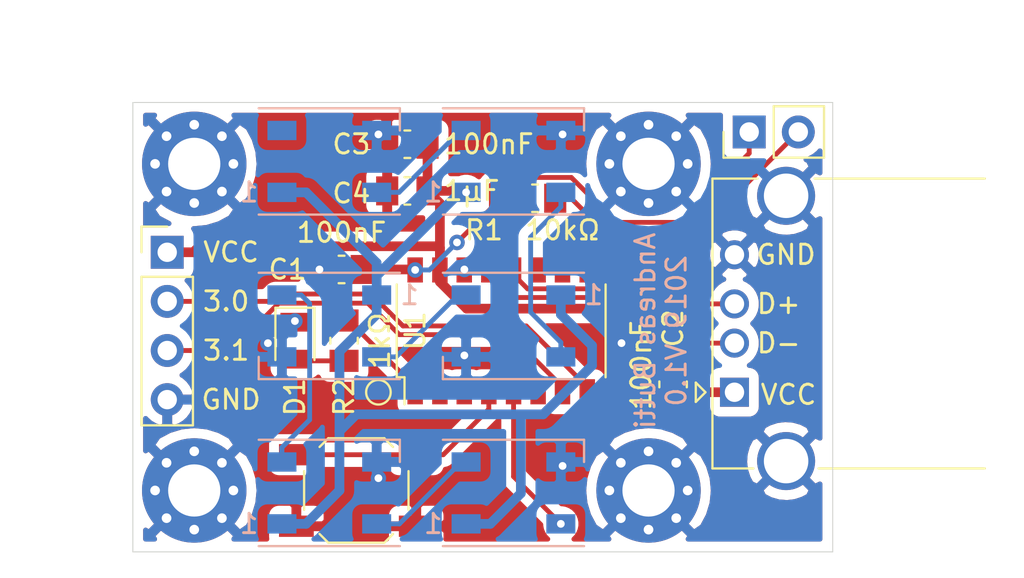
<source format=kicad_pcb>
(kicad_pcb (version 20190331) (host pcbnew 5.1.0-unknown-ee14da3~82~ubuntu16.04.1)

  (general
    (thickness 1.6)
    (drawings 18)
    (tracks 147)
    (zones 0)
    (modules 22)
    (nets 18)
  )

  (page A4)
  (layers
    (0 F.Cu signal)
    (31 B.Cu signal)
    (32 B.Adhes user)
    (33 F.Adhes user)
    (34 B.Paste user)
    (35 F.Paste user)
    (36 B.SilkS user)
    (37 F.SilkS user)
    (38 B.Mask user)
    (39 F.Mask user)
    (40 Dwgs.User user)
    (41 Cmts.User user)
    (42 Eco1.User user)
    (43 Eco2.User user)
    (44 Edge.Cuts user)
    (45 Margin user)
    (46 B.CrtYd user)
    (47 F.CrtYd user)
    (48 B.Fab user)
    (49 F.Fab user)
  )

  (setup
    (last_trace_width 0.25)
    (user_trace_width 0.5)
    (trace_clearance 0.2)
    (zone_clearance 0.508)
    (zone_45_only no)
    (trace_min 0.2)
    (via_size 0.8)
    (via_drill 0.4)
    (via_min_size 0.4)
    (via_min_drill 0.3)
    (uvia_size 0.3)
    (uvia_drill 0.1)
    (uvias_allowed no)
    (uvia_min_size 0.2)
    (uvia_min_drill 0.1)
    (edge_width 0.05)
    (segment_width 0.2)
    (pcb_text_width 0.3)
    (pcb_text_size 1.5 1.5)
    (mod_edge_width 0.12)
    (mod_text_size 1 1)
    (mod_text_width 0.15)
    (pad_size 1.524 1.524)
    (pad_drill 0.762)
    (pad_to_mask_clearance 0.051)
    (solder_mask_min_width 0.25)
    (aux_axis_origin 0 0)
    (visible_elements FFFFFF7F)
    (pcbplotparams
      (layerselection 0x010fc_ffffffff)
      (usegerberextensions false)
      (usegerberattributes false)
      (usegerberadvancedattributes false)
      (creategerberjobfile false)
      (excludeedgelayer true)
      (linewidth 0.100000)
      (plotframeref false)
      (viasonmask false)
      (mode 1)
      (useauxorigin false)
      (hpglpennumber 1)
      (hpglpenspeed 20)
      (hpglpendiameter 15.000000)
      (psnegative false)
      (psa4output false)
      (plotreference true)
      (plotvalue true)
      (plotinvisibletext false)
      (padsonsilk false)
      (subtractmaskfromsilk false)
      (outputformat 1)
      (mirror false)
      (drillshape 0)
      (scaleselection 1)
      (outputdirectory "gerber"))
  )

  (net 0 "")
  (net 1 GND)
  (net 2 /BOOT)
  (net 3 +3V3)
  (net 4 VCC)
  (net 5 "Net-(D1-Pad2)")
  (net 6 /D-)
  (net 7 /D+)
  (net 8 /P3.2)
  (net 9 "Net-(D2-Pad2)")
  (net 10 "Net-(D3-Pad2)")
  (net 11 "Net-(D4-Pad2)")
  (net 12 "Net-(D5-Pad2)")
  (net 13 "Net-(D6-Pad2)")
  (net 14 /P1.6)
  (net 15 /P1.7)
  (net 16 /P3.0)
  (net 17 /P3.1)

  (net_class Default "Dies ist die voreingestellte Netzklasse."
    (clearance 0.2)
    (trace_width 0.25)
    (via_dia 0.8)
    (via_drill 0.4)
    (uvia_dia 0.3)
    (uvia_drill 0.1)
    (add_net +3V3)
    (add_net /BOOT)
    (add_net /D+)
    (add_net /D-)
    (add_net /P1.6)
    (add_net /P1.7)
    (add_net /P3.0)
    (add_net /P3.1)
    (add_net /P3.2)
    (add_net GND)
    (add_net "Net-(D1-Pad2)")
    (add_net "Net-(D2-Pad2)")
    (add_net "Net-(D3-Pad2)")
    (add_net "Net-(D4-Pad2)")
    (add_net "Net-(D5-Pad2)")
    (add_net "Net-(D6-Pad2)")
    (add_net VCC)
  )

  (module Capacitor_SMD:C_0805_2012Metric_Pad1.15x1.50mm_HandSolder (layer F.Cu) (tedit 59FE48B8) (tstamp 5CAC0459)
    (at 191.9975 100.711 180)
    (descr "Capacitor SMD 0805 (2012 Metric), square (rectangular) end terminal, IPC_7351 nominal with elongated pad for handsoldering. (Body size source: http://www.tortai-tech.com/upload/download/2011102023233369053.pdf), generated with kicad-footprint-generator")
    (tags "capacitor handsolder")
    (path /5CB6E7B0)
    (attr smd)
    (fp_text reference C4 (at 2.8945 -0.127 180) (layer F.SilkS)
      (effects (font (size 1 1) (thickness 0.15)))
    )
    (fp_text value 1µF (at -3.3285 0 180) (layer F.SilkS)
      (effects (font (size 1 1) (thickness 0.15)))
    )
    (fp_text user %R (at 0 0 180) (layer F.Fab)
      (effects (font (size 0.5 0.5) (thickness 0.08)))
    )
    (fp_line (start 1.86 1) (end -1.86 1) (layer F.CrtYd) (width 0.05))
    (fp_line (start 1.86 -1) (end 1.86 1) (layer F.CrtYd) (width 0.05))
    (fp_line (start -1.86 -1) (end 1.86 -1) (layer F.CrtYd) (width 0.05))
    (fp_line (start -1.86 1) (end -1.86 -1) (layer F.CrtYd) (width 0.05))
    (fp_line (start -0.15 0.71) (end 0.15 0.71) (layer F.SilkS) (width 0.12))
    (fp_line (start -0.15 -0.71) (end 0.15 -0.71) (layer F.SilkS) (width 0.12))
    (fp_line (start 1 0.6) (end -1 0.6) (layer F.Fab) (width 0.1))
    (fp_line (start 1 -0.6) (end 1 0.6) (layer F.Fab) (width 0.1))
    (fp_line (start -1 -0.6) (end 1 -0.6) (layer F.Fab) (width 0.1))
    (fp_line (start -1 0.6) (end -1 -0.6) (layer F.Fab) (width 0.1))
    (pad 2 smd rect (at 1.0425 0 180) (size 1.145 1.5) (layers F.Cu F.Paste F.Mask)
      (net 1 GND))
    (pad 1 smd rect (at -1.0425 0 180) (size 1.145 1.5) (layers F.Cu F.Paste F.Mask)
      (net 4 VCC))
    (model ${KISYS3DMOD}/Capacitor_SMD.3dshapes/C_0805_2012Metric.wrl
      (at (xyz 0 0 0))
      (scale (xyz 1 1 1))
      (rotate (xyz 0 0 0))
    )
  )

  (module Capacitor_SMD:C_0805_2012Metric_Pad1.15x1.50mm_HandSolder (layer F.Cu) (tedit 59FE48B8) (tstamp 5CAC0448)
    (at 191.9975 98.298 180)
    (descr "Capacitor SMD 0805 (2012 Metric), square (rectangular) end terminal, IPC_7351 nominal with elongated pad for handsoldering. (Body size source: http://www.tortai-tech.com/upload/download/2011102023233369053.pdf), generated with kicad-footprint-generator")
    (tags "capacitor handsolder")
    (path /5CB68700)
    (attr smd)
    (fp_text reference C3 (at 2.8945 0 180) (layer F.SilkS)
      (effects (font (size 1 1) (thickness 0.15)))
    )
    (fp_text value 100nF (at -4.2175 0 180) (layer F.SilkS)
      (effects (font (size 1 1) (thickness 0.15)))
    )
    (fp_text user %R (at 0 0 180) (layer F.Fab)
      (effects (font (size 0.5 0.5) (thickness 0.08)))
    )
    (fp_line (start 1.86 1) (end -1.86 1) (layer F.CrtYd) (width 0.05))
    (fp_line (start 1.86 -1) (end 1.86 1) (layer F.CrtYd) (width 0.05))
    (fp_line (start -1.86 -1) (end 1.86 -1) (layer F.CrtYd) (width 0.05))
    (fp_line (start -1.86 1) (end -1.86 -1) (layer F.CrtYd) (width 0.05))
    (fp_line (start -0.15 0.71) (end 0.15 0.71) (layer F.SilkS) (width 0.12))
    (fp_line (start -0.15 -0.71) (end 0.15 -0.71) (layer F.SilkS) (width 0.12))
    (fp_line (start 1 0.6) (end -1 0.6) (layer F.Fab) (width 0.1))
    (fp_line (start 1 -0.6) (end 1 0.6) (layer F.Fab) (width 0.1))
    (fp_line (start -1 -0.6) (end 1 -0.6) (layer F.Fab) (width 0.1))
    (fp_line (start -1 0.6) (end -1 -0.6) (layer F.Fab) (width 0.1))
    (pad 2 smd rect (at 1.0425 0 180) (size 1.145 1.5) (layers F.Cu F.Paste F.Mask)
      (net 1 GND))
    (pad 1 smd rect (at -1.0425 0 180) (size 1.145 1.5) (layers F.Cu F.Paste F.Mask)
      (net 4 VCC))
    (model ${KISYS3DMOD}/Capacitor_SMD.3dshapes/C_0805_2012Metric.wrl
      (at (xyz 0 0 0))
      (scale (xyz 1 1 1))
      (rotate (xyz 0 0 0))
    )
  )

  (module LED_SMD:LED_WS2812B_PLCC4_5.0x5.0mm_P3.2mm (layer B.Cu) (tedit 5A764C10) (tstamp 5CABC5D0)
    (at 187.96 99.187)
    (descr https://cdn-shop.adafruit.com/datasheets/WS2812B.pdf)
    (tags "LED RGB NeoPixel")
    (path /5CB2588B)
    (attr smd)
    (fp_text reference D7 (at 0 3.5) (layer B.SilkS) hide
      (effects (font (size 1 1) (thickness 0.15)) (justify mirror))
    )
    (fp_text value WS2812B (at 0 -4) (layer B.Fab)
      (effects (font (size 1 1) (thickness 0.15)) (justify mirror))
    )
    (fp_circle (center 0 0) (end 0 2) (layer B.Fab) (width 0.1))
    (fp_line (start 3.65 -2.75) (end 3.65 -1.6) (layer B.SilkS) (width 0.12))
    (fp_line (start -3.65 -2.75) (end 3.65 -2.75) (layer B.SilkS) (width 0.12))
    (fp_line (start -3.65 2.75) (end 3.65 2.75) (layer B.SilkS) (width 0.12))
    (fp_line (start 2.5 2.5) (end -2.5 2.5) (layer B.Fab) (width 0.1))
    (fp_line (start 2.5 -2.5) (end 2.5 2.5) (layer B.Fab) (width 0.1))
    (fp_line (start -2.5 -2.5) (end 2.5 -2.5) (layer B.Fab) (width 0.1))
    (fp_line (start -2.5 2.5) (end -2.5 -2.5) (layer B.Fab) (width 0.1))
    (fp_line (start 2.5 -1.5) (end 1.5 -2.5) (layer B.Fab) (width 0.1))
    (fp_line (start -3.45 2.75) (end -3.45 -2.75) (layer B.CrtYd) (width 0.05))
    (fp_line (start -3.45 -2.75) (end 3.45 -2.75) (layer B.CrtYd) (width 0.05))
    (fp_line (start 3.45 -2.75) (end 3.45 2.75) (layer B.CrtYd) (width 0.05))
    (fp_line (start 3.45 2.75) (end -3.45 2.75) (layer B.CrtYd) (width 0.05))
    (fp_text user %R (at 0 3.5) (layer B.Fab) hide
      (effects (font (size 1 1) (thickness 0.15)) (justify mirror))
    )
    (fp_text user 1 (at -4.15 1.6) (layer B.SilkS)
      (effects (font (size 1 1) (thickness 0.15)) (justify mirror))
    )
    (pad 1 smd rect (at -2.45 1.6) (size 1.5 1) (layers B.Cu B.Paste B.Mask)
      (net 4 VCC))
    (pad 2 smd rect (at -2.45 -1.6) (size 1.5 1) (layers B.Cu B.Paste B.Mask))
    (pad 4 smd rect (at 2.45 1.6) (size 1.5 1) (layers B.Cu B.Paste B.Mask)
      (net 13 "Net-(D6-Pad2)"))
    (pad 3 smd rect (at 2.45 -1.6) (size 1.5 1) (layers B.Cu B.Paste B.Mask)
      (net 1 GND))
    (model ${KISYS3DMOD}/LED_SMD.3dshapes/LED_WS2812B_PLCC4_5.0x5.0mm_P3.2mm.wrl
      (at (xyz 0 0 0))
      (scale (xyz 1 1 1))
      (rotate (xyz 0 0 0))
    )
  )

  (module LED_SMD:LED_WS2812B_PLCC4_5.0x5.0mm_P3.2mm (layer B.Cu) (tedit 5A764C10) (tstamp 5CABC5B9)
    (at 197.485 99.187)
    (descr https://cdn-shop.adafruit.com/datasheets/WS2812B.pdf)
    (tags "LED RGB NeoPixel")
    (path /5CB258B7)
    (attr smd)
    (fp_text reference D6 (at 0 3.5) (layer B.SilkS) hide
      (effects (font (size 1 1) (thickness 0.15)) (justify mirror))
    )
    (fp_text value WS2812B (at 0 -4) (layer B.Fab)
      (effects (font (size 1 1) (thickness 0.15)) (justify mirror))
    )
    (fp_circle (center 0 0) (end 0 2) (layer B.Fab) (width 0.1))
    (fp_line (start 3.65 -2.75) (end 3.65 -1.6) (layer B.SilkS) (width 0.12))
    (fp_line (start -3.65 -2.75) (end 3.65 -2.75) (layer B.SilkS) (width 0.12))
    (fp_line (start -3.65 2.75) (end 3.65 2.75) (layer B.SilkS) (width 0.12))
    (fp_line (start 2.5 2.5) (end -2.5 2.5) (layer B.Fab) (width 0.1))
    (fp_line (start 2.5 -2.5) (end 2.5 2.5) (layer B.Fab) (width 0.1))
    (fp_line (start -2.5 -2.5) (end 2.5 -2.5) (layer B.Fab) (width 0.1))
    (fp_line (start -2.5 2.5) (end -2.5 -2.5) (layer B.Fab) (width 0.1))
    (fp_line (start 2.5 -1.5) (end 1.5 -2.5) (layer B.Fab) (width 0.1))
    (fp_line (start -3.45 2.75) (end -3.45 -2.75) (layer B.CrtYd) (width 0.05))
    (fp_line (start -3.45 -2.75) (end 3.45 -2.75) (layer B.CrtYd) (width 0.05))
    (fp_line (start 3.45 -2.75) (end 3.45 2.75) (layer B.CrtYd) (width 0.05))
    (fp_line (start 3.45 2.75) (end -3.45 2.75) (layer B.CrtYd) (width 0.05))
    (fp_text user %R (at 0 3.5) (layer B.Fab) hide
      (effects (font (size 1 1) (thickness 0.15)) (justify mirror))
    )
    (fp_text user 1 (at -4.15 1.6) (layer B.SilkS)
      (effects (font (size 1 1) (thickness 0.15)) (justify mirror))
    )
    (pad 1 smd rect (at -2.45 1.6) (size 1.5 1) (layers B.Cu B.Paste B.Mask)
      (net 4 VCC))
    (pad 2 smd rect (at -2.45 -1.6) (size 1.5 1) (layers B.Cu B.Paste B.Mask)
      (net 13 "Net-(D6-Pad2)"))
    (pad 4 smd rect (at 2.45 1.6) (size 1.5 1) (layers B.Cu B.Paste B.Mask)
      (net 12 "Net-(D5-Pad2)"))
    (pad 3 smd rect (at 2.45 -1.6) (size 1.5 1) (layers B.Cu B.Paste B.Mask)
      (net 1 GND))
    (model ${KISYS3DMOD}/LED_SMD.3dshapes/LED_WS2812B_PLCC4_5.0x5.0mm_P3.2mm.wrl
      (at (xyz 0 0 0))
      (scale (xyz 1 1 1))
      (rotate (xyz 0 0 0))
    )
  )

  (module MountingHole:MountingHole_2.7mm_M2.5_Pad_Via (layer F.Cu) (tedit 56DDBBFF) (tstamp 5CABAA10)
    (at 204.47 99.314)
    (descr "Mounting Hole 2.7mm")
    (tags "mounting hole 2.7mm")
    (path /5CAF7BC7)
    (attr virtual)
    (fp_text reference MK2 (at 0 -3.7) (layer F.SilkS) hide
      (effects (font (size 1 1) (thickness 0.15)))
    )
    (fp_text value Mounting_Hole_PAD (at 0 3.7) (layer F.Fab)
      (effects (font (size 1 1) (thickness 0.15)))
    )
    (fp_circle (center 0 0) (end 2.95 0) (layer F.CrtYd) (width 0.05))
    (fp_circle (center 0 0) (end 2.7 0) (layer Cmts.User) (width 0.15))
    (fp_text user %R (at 0.3 0) (layer F.Fab)
      (effects (font (size 1 1) (thickness 0.15)))
    )
    (pad 1 thru_hole circle (at 1.431891 -1.431891) (size 0.8 0.8) (drill 0.5) (layers *.Cu *.Mask)
      (net 1 GND))
    (pad 1 thru_hole circle (at 0 -2.025) (size 0.8 0.8) (drill 0.5) (layers *.Cu *.Mask)
      (net 1 GND))
    (pad 1 thru_hole circle (at -1.431891 -1.431891) (size 0.8 0.8) (drill 0.5) (layers *.Cu *.Mask)
      (net 1 GND))
    (pad 1 thru_hole circle (at -2.025 0) (size 0.8 0.8) (drill 0.5) (layers *.Cu *.Mask)
      (net 1 GND))
    (pad 1 thru_hole circle (at -1.431891 1.431891) (size 0.8 0.8) (drill 0.5) (layers *.Cu *.Mask)
      (net 1 GND))
    (pad 1 thru_hole circle (at 0 2.025) (size 0.8 0.8) (drill 0.5) (layers *.Cu *.Mask)
      (net 1 GND))
    (pad 1 thru_hole circle (at 1.431891 1.431891) (size 0.8 0.8) (drill 0.5) (layers *.Cu *.Mask)
      (net 1 GND))
    (pad 1 thru_hole circle (at 2.025 0) (size 0.8 0.8) (drill 0.5) (layers *.Cu *.Mask)
      (net 1 GND))
    (pad 1 thru_hole circle (at 0 0) (size 5.4 5.4) (drill 2.7) (layers *.Cu *.Mask)
      (net 1 GND))
  )

  (module Button_Switch_SMD:SW_SPST_SKQG (layer F.Cu) (tedit 5A02FC95) (tstamp 5CABB898)
    (at 189.357 116.205)
    (descr "ALPS 5.2mm Square Low-profile TACT Switch (SMD), http://www.alps.com/prod/info/E/PDF/Tact/SurfaceMount/SKQG/SKQG.PDF")
    (tags "SPST Button Switch")
    (path /5CAFD61E)
    (attr smd)
    (fp_text reference SW1 (at 0 -3.6) (layer F.SilkS) hide
      (effects (font (size 1 1) (thickness 0.15)))
    )
    (fp_text value SW_Push (at 0 3.7) (layer F.Fab)
      (effects (font (size 1 1) (thickness 0.15)))
    )
    (fp_circle (center 0 0) (end 1 0) (layer F.Fab) (width 0.1))
    (fp_line (start 1.45 -2.7) (end 1.9 -2.25) (layer F.SilkS) (width 0.12))
    (fp_line (start 2.7 -1) (end 2.7 1) (layer F.SilkS) (width 0.12))
    (fp_line (start 1.9 2.25) (end 1.45 2.7) (layer F.SilkS) (width 0.12))
    (fp_line (start 1.45 2.7) (end -1.45 2.7) (layer F.SilkS) (width 0.12))
    (fp_line (start -1.45 2.7) (end -1.9 2.25) (layer F.SilkS) (width 0.12))
    (fp_line (start -2.7 1) (end -2.7 -1) (layer F.SilkS) (width 0.12))
    (fp_line (start -1.9 -2.25) (end -1.45 -2.7) (layer F.SilkS) (width 0.12))
    (fp_line (start -1.45 -2.7) (end 1.45 -2.7) (layer F.SilkS) (width 0.12))
    (fp_line (start 1.2 -1.8) (end 1.8 -1.2) (layer F.Fab) (width 0.1))
    (fp_line (start 1.8 -1.2) (end 1.8 1.2) (layer F.Fab) (width 0.1))
    (fp_line (start 1.8 1.2) (end 1.2 1.8) (layer F.Fab) (width 0.1))
    (fp_line (start 1.2 1.8) (end -1.2 1.8) (layer F.Fab) (width 0.1))
    (fp_line (start -1.2 1.8) (end -1.8 1.2) (layer F.Fab) (width 0.1))
    (fp_line (start -1.8 1.2) (end -1.8 -1.2) (layer F.Fab) (width 0.1))
    (fp_line (start -1.8 -1.2) (end -1.2 -1.8) (layer F.Fab) (width 0.1))
    (fp_line (start -1.2 -1.8) (end 1.2 -1.8) (layer F.Fab) (width 0.1))
    (fp_line (start -4.25 2.95) (end 4.25 2.95) (layer F.CrtYd) (width 0.05))
    (fp_line (start 4.25 2.95) (end 4.25 -2.95) (layer F.CrtYd) (width 0.05))
    (fp_line (start 4.25 -2.95) (end -4.25 -2.95) (layer F.CrtYd) (width 0.05))
    (fp_line (start -4.25 -2.95) (end -4.25 2.95) (layer F.CrtYd) (width 0.05))
    (fp_text user %R (at 0 -3.6) (layer F.Fab)
      (effects (font (size 1 1) (thickness 0.15)))
    )
    (fp_line (start -1.45 -2.6) (end 1.45 -2.6) (layer F.Fab) (width 0.1))
    (fp_line (start -2.6 -1.45) (end -1.45 -2.6) (layer F.Fab) (width 0.1))
    (fp_line (start -2.6 1.45) (end -2.6 -1.45) (layer F.Fab) (width 0.1))
    (fp_line (start -1.45 2.6) (end -2.6 1.45) (layer F.Fab) (width 0.1))
    (fp_line (start 1.4 2.6) (end -1.45 2.6) (layer F.Fab) (width 0.1))
    (fp_line (start 2.55 1.45) (end 1.4 2.6) (layer F.Fab) (width 0.1))
    (fp_line (start 2.55 -1.5) (end 2.55 1.45) (layer F.Fab) (width 0.1))
    (fp_line (start 1.45 -2.6) (end 2.55 -1.5) (layer F.Fab) (width 0.1))
    (pad 2 smd rect (at 3.1 1.85) (size 1.8 1.1) (layers F.Cu F.Paste F.Mask)
      (net 1 GND))
    (pad 2 smd rect (at -3.1 1.85) (size 1.8 1.1) (layers F.Cu F.Paste F.Mask)
      (net 1 GND))
    (pad 1 smd rect (at 3.1 -1.85) (size 1.8 1.1) (layers F.Cu F.Paste F.Mask)
      (net 14 /P1.6))
    (pad 1 smd rect (at -3.1 -1.85) (size 1.8 1.1) (layers F.Cu F.Paste F.Mask)
      (net 14 /P1.6))
    (model ${KISYS3DMOD}/Button_Switch_SMD.3dshapes/SW_SPST_SKQG.wrl
      (at (xyz 0 0 0))
      (scale (xyz 1 1 1))
      (rotate (xyz 0 0 0))
    )
  )

  (module MountingHole:MountingHole_2.7mm_M2.5_Pad_Via (layer F.Cu) (tedit 56DDBBFF) (tstamp 5CABAA30)
    (at 204.47 116.205)
    (descr "Mounting Hole 2.7mm")
    (tags "mounting hole 2.7mm")
    (path /5CAF9541)
    (attr virtual)
    (fp_text reference MK4 (at 0 -3.7) (layer F.SilkS) hide
      (effects (font (size 1 1) (thickness 0.15)))
    )
    (fp_text value Mounting_Hole_PAD (at 0 3.7) (layer F.Fab)
      (effects (font (size 1 1) (thickness 0.15)))
    )
    (fp_circle (center 0 0) (end 2.95 0) (layer F.CrtYd) (width 0.05))
    (fp_circle (center 0 0) (end 2.7 0) (layer Cmts.User) (width 0.15))
    (fp_text user %R (at 0.3 0) (layer F.Fab)
      (effects (font (size 1 1) (thickness 0.15)))
    )
    (pad 1 thru_hole circle (at 1.431891 -1.431891) (size 0.8 0.8) (drill 0.5) (layers *.Cu *.Mask)
      (net 1 GND))
    (pad 1 thru_hole circle (at 0 -2.025) (size 0.8 0.8) (drill 0.5) (layers *.Cu *.Mask)
      (net 1 GND))
    (pad 1 thru_hole circle (at -1.431891 -1.431891) (size 0.8 0.8) (drill 0.5) (layers *.Cu *.Mask)
      (net 1 GND))
    (pad 1 thru_hole circle (at -2.025 0) (size 0.8 0.8) (drill 0.5) (layers *.Cu *.Mask)
      (net 1 GND))
    (pad 1 thru_hole circle (at -1.431891 1.431891) (size 0.8 0.8) (drill 0.5) (layers *.Cu *.Mask)
      (net 1 GND))
    (pad 1 thru_hole circle (at 0 2.025) (size 0.8 0.8) (drill 0.5) (layers *.Cu *.Mask)
      (net 1 GND))
    (pad 1 thru_hole circle (at 1.431891 1.431891) (size 0.8 0.8) (drill 0.5) (layers *.Cu *.Mask)
      (net 1 GND))
    (pad 1 thru_hole circle (at 2.025 0) (size 0.8 0.8) (drill 0.5) (layers *.Cu *.Mask)
      (net 1 GND))
    (pad 1 thru_hole circle (at 0 0) (size 5.4 5.4) (drill 2.7) (layers *.Cu *.Mask)
      (net 1 GND))
  )

  (module MountingHole:MountingHole_2.7mm_M2.5_Pad_Via (layer F.Cu) (tedit 56DDBBFF) (tstamp 5CABAA20)
    (at 180.975 116.205)
    (descr "Mounting Hole 2.7mm")
    (tags "mounting hole 2.7mm")
    (path /5CAF954D)
    (attr virtual)
    (fp_text reference MK3 (at 0 -3.7) (layer F.SilkS) hide
      (effects (font (size 1 1) (thickness 0.15)))
    )
    (fp_text value Mounting_Hole_PAD (at 0 3.7) (layer F.Fab)
      (effects (font (size 1 1) (thickness 0.15)))
    )
    (fp_circle (center 0 0) (end 2.95 0) (layer F.CrtYd) (width 0.05))
    (fp_circle (center 0 0) (end 2.7 0) (layer Cmts.User) (width 0.15))
    (fp_text user %R (at 0.3 0) (layer F.Fab)
      (effects (font (size 1 1) (thickness 0.15)))
    )
    (pad 1 thru_hole circle (at 1.431891 -1.431891) (size 0.8 0.8) (drill 0.5) (layers *.Cu *.Mask)
      (net 1 GND))
    (pad 1 thru_hole circle (at 0 -2.025) (size 0.8 0.8) (drill 0.5) (layers *.Cu *.Mask)
      (net 1 GND))
    (pad 1 thru_hole circle (at -1.431891 -1.431891) (size 0.8 0.8) (drill 0.5) (layers *.Cu *.Mask)
      (net 1 GND))
    (pad 1 thru_hole circle (at -2.025 0) (size 0.8 0.8) (drill 0.5) (layers *.Cu *.Mask)
      (net 1 GND))
    (pad 1 thru_hole circle (at -1.431891 1.431891) (size 0.8 0.8) (drill 0.5) (layers *.Cu *.Mask)
      (net 1 GND))
    (pad 1 thru_hole circle (at 0 2.025) (size 0.8 0.8) (drill 0.5) (layers *.Cu *.Mask)
      (net 1 GND))
    (pad 1 thru_hole circle (at 1.431891 1.431891) (size 0.8 0.8) (drill 0.5) (layers *.Cu *.Mask)
      (net 1 GND))
    (pad 1 thru_hole circle (at 2.025 0) (size 0.8 0.8) (drill 0.5) (layers *.Cu *.Mask)
      (net 1 GND))
    (pad 1 thru_hole circle (at 0 0) (size 5.4 5.4) (drill 2.7) (layers *.Cu *.Mask)
      (net 1 GND))
  )

  (module MountingHole:MountingHole_2.7mm_M2.5_Pad_Via (layer F.Cu) (tedit 56DDBBFF) (tstamp 5CABAA00)
    (at 180.975 99.314)
    (descr "Mounting Hole 2.7mm")
    (tags "mounting hole 2.7mm")
    (path /5CAF7C69)
    (attr virtual)
    (fp_text reference MK1 (at 0 -3.7) (layer F.SilkS) hide
      (effects (font (size 1 1) (thickness 0.15)))
    )
    (fp_text value Mounting_Hole_PAD (at 0 3.7) (layer F.Fab)
      (effects (font (size 1 1) (thickness 0.15)))
    )
    (fp_circle (center 0 0) (end 2.95 0) (layer F.CrtYd) (width 0.05))
    (fp_circle (center 0 0) (end 2.7 0) (layer Cmts.User) (width 0.15))
    (fp_text user %R (at 0.3 0) (layer F.Fab)
      (effects (font (size 1 1) (thickness 0.15)))
    )
    (pad 1 thru_hole circle (at 1.431891 -1.431891) (size 0.8 0.8) (drill 0.5) (layers *.Cu *.Mask)
      (net 1 GND))
    (pad 1 thru_hole circle (at 0 -2.025) (size 0.8 0.8) (drill 0.5) (layers *.Cu *.Mask)
      (net 1 GND))
    (pad 1 thru_hole circle (at -1.431891 -1.431891) (size 0.8 0.8) (drill 0.5) (layers *.Cu *.Mask)
      (net 1 GND))
    (pad 1 thru_hole circle (at -2.025 0) (size 0.8 0.8) (drill 0.5) (layers *.Cu *.Mask)
      (net 1 GND))
    (pad 1 thru_hole circle (at -1.431891 1.431891) (size 0.8 0.8) (drill 0.5) (layers *.Cu *.Mask)
      (net 1 GND))
    (pad 1 thru_hole circle (at 0 2.025) (size 0.8 0.8) (drill 0.5) (layers *.Cu *.Mask)
      (net 1 GND))
    (pad 1 thru_hole circle (at 1.431891 1.431891) (size 0.8 0.8) (drill 0.5) (layers *.Cu *.Mask)
      (net 1 GND))
    (pad 1 thru_hole circle (at 2.025 0) (size 0.8 0.8) (drill 0.5) (layers *.Cu *.Mask)
      (net 1 GND))
    (pad 1 thru_hole circle (at 0 0) (size 5.4 5.4) (drill 2.7) (layers *.Cu *.Mask)
      (net 1 GND))
  )

  (module Connector_PinHeader_2.54mm:PinHeader_1x04_P2.54mm_Vertical (layer F.Cu) (tedit 59FED5CC) (tstamp 5CABA9F0)
    (at 179.578 103.886)
    (descr "Through hole straight pin header, 1x04, 2.54mm pitch, single row")
    (tags "Through hole pin header THT 1x04 2.54mm single row")
    (path /5CAD77BC)
    (fp_text reference J3 (at 0 -2.33) (layer F.SilkS) hide
      (effects (font (size 1 1) (thickness 0.15)))
    )
    (fp_text value Conn_01x04 (at 0 9.95) (layer F.Fab)
      (effects (font (size 1 1) (thickness 0.15)))
    )
    (fp_text user %R (at 0 3.81 90) (layer F.Fab)
      (effects (font (size 1 1) (thickness 0.15)))
    )
    (fp_line (start 1.8 -1.8) (end -1.8 -1.8) (layer F.CrtYd) (width 0.05))
    (fp_line (start 1.8 9.4) (end 1.8 -1.8) (layer F.CrtYd) (width 0.05))
    (fp_line (start -1.8 9.4) (end 1.8 9.4) (layer F.CrtYd) (width 0.05))
    (fp_line (start -1.8 -1.8) (end -1.8 9.4) (layer F.CrtYd) (width 0.05))
    (fp_line (start -1.33 -1.33) (end 0 -1.33) (layer F.SilkS) (width 0.12))
    (fp_line (start -1.33 0) (end -1.33 -1.33) (layer F.SilkS) (width 0.12))
    (fp_line (start -1.33 1.27) (end 1.33 1.27) (layer F.SilkS) (width 0.12))
    (fp_line (start 1.33 1.27) (end 1.33 8.95) (layer F.SilkS) (width 0.12))
    (fp_line (start -1.33 1.27) (end -1.33 8.95) (layer F.SilkS) (width 0.12))
    (fp_line (start -1.33 8.95) (end 1.33 8.95) (layer F.SilkS) (width 0.12))
    (fp_line (start -1.27 -0.635) (end -0.635 -1.27) (layer F.Fab) (width 0.1))
    (fp_line (start -1.27 8.89) (end -1.27 -0.635) (layer F.Fab) (width 0.1))
    (fp_line (start 1.27 8.89) (end -1.27 8.89) (layer F.Fab) (width 0.1))
    (fp_line (start 1.27 -1.27) (end 1.27 8.89) (layer F.Fab) (width 0.1))
    (fp_line (start -0.635 -1.27) (end 1.27 -1.27) (layer F.Fab) (width 0.1))
    (pad 4 thru_hole oval (at 0 7.62) (size 1.7 1.7) (drill 1) (layers *.Cu *.Mask)
      (net 1 GND))
    (pad 3 thru_hole oval (at 0 5.08) (size 1.7 1.7) (drill 1) (layers *.Cu *.Mask)
      (net 17 /P3.1))
    (pad 2 thru_hole oval (at 0 2.54) (size 1.7 1.7) (drill 1) (layers *.Cu *.Mask)
      (net 16 /P3.0))
    (pad 1 thru_hole rect (at 0 0) (size 1.7 1.7) (drill 1) (layers *.Cu *.Mask)
      (net 4 VCC))
    (model ${KISYS3DMOD}/Connector_PinHeader_2.54mm.3dshapes/PinHeader_1x04_P2.54mm_Vertical.wrl
      (at (xyz 0 0 0))
      (scale (xyz 1 1 1))
      (rotate (xyz 0 0 0))
    )
  )

  (module LED_SMD:LED_WS2812B_PLCC4_5.0x5.0mm_P3.2mm (layer B.Cu) (tedit 5A764C10) (tstamp 5CAB9B98)
    (at 197.485 107.696 180)
    (descr https://cdn-shop.adafruit.com/datasheets/WS2812B.pdf)
    (tags "LED RGB NeoPixel")
    (path /5CAE90F3)
    (attr smd)
    (fp_text reference D5 (at 0 3.5 180) (layer B.SilkS) hide
      (effects (font (size 1 1) (thickness 0.15)) (justify mirror))
    )
    (fp_text value WS2812B (at 0 -4 180) (layer B.Fab)
      (effects (font (size 1 1) (thickness 0.15)) (justify mirror))
    )
    (fp_circle (center 0 0) (end 0 2) (layer B.Fab) (width 0.1))
    (fp_line (start 3.65 -2.75) (end 3.65 -1.6) (layer B.SilkS) (width 0.12))
    (fp_line (start -3.65 -2.75) (end 3.65 -2.75) (layer B.SilkS) (width 0.12))
    (fp_line (start -3.65 2.75) (end 3.65 2.75) (layer B.SilkS) (width 0.12))
    (fp_line (start 2.5 2.5) (end -2.5 2.5) (layer B.Fab) (width 0.1))
    (fp_line (start 2.5 -2.5) (end 2.5 2.5) (layer B.Fab) (width 0.1))
    (fp_line (start -2.5 -2.5) (end 2.5 -2.5) (layer B.Fab) (width 0.1))
    (fp_line (start -2.5 2.5) (end -2.5 -2.5) (layer B.Fab) (width 0.1))
    (fp_line (start 2.5 -1.5) (end 1.5 -2.5) (layer B.Fab) (width 0.1))
    (fp_line (start -3.45 2.75) (end -3.45 -2.75) (layer B.CrtYd) (width 0.05))
    (fp_line (start -3.45 -2.75) (end 3.45 -2.75) (layer B.CrtYd) (width 0.05))
    (fp_line (start 3.45 -2.75) (end 3.45 2.75) (layer B.CrtYd) (width 0.05))
    (fp_line (start 3.45 2.75) (end -3.45 2.75) (layer B.CrtYd) (width 0.05))
    (fp_text user %R (at 0 3.5 180) (layer B.Fab) hide
      (effects (font (size 1 1) (thickness 0.15)) (justify mirror))
    )
    (fp_text user 1 (at -4.15 1.6 180) (layer B.SilkS)
      (effects (font (size 1 1) (thickness 0.15)) (justify mirror))
    )
    (pad 1 smd rect (at -2.45 1.6 180) (size 1.5 1) (layers B.Cu B.Paste B.Mask)
      (net 4 VCC))
    (pad 2 smd rect (at -2.45 -1.6 180) (size 1.5 1) (layers B.Cu B.Paste B.Mask)
      (net 12 "Net-(D5-Pad2)"))
    (pad 4 smd rect (at 2.45 1.6 180) (size 1.5 1) (layers B.Cu B.Paste B.Mask)
      (net 11 "Net-(D4-Pad2)"))
    (pad 3 smd rect (at 2.45 -1.6 180) (size 1.5 1) (layers B.Cu B.Paste B.Mask)
      (net 1 GND))
    (model ${KISYS3DMOD}/LED_SMD.3dshapes/LED_WS2812B_PLCC4_5.0x5.0mm_P3.2mm.wrl
      (at (xyz 0 0 0))
      (scale (xyz 1 1 1))
      (rotate (xyz 0 0 0))
    )
  )

  (module LED_SMD:LED_WS2812B_PLCC4_5.0x5.0mm_P3.2mm (layer B.Cu) (tedit 5A764C10) (tstamp 5CAB9B81)
    (at 187.96 107.696 180)
    (descr https://cdn-shop.adafruit.com/datasheets/WS2812B.pdf)
    (tags "LED RGB NeoPixel")
    (path /5CAE911F)
    (attr smd)
    (fp_text reference D4 (at 0 3.5 180) (layer B.SilkS) hide
      (effects (font (size 1 1) (thickness 0.15)) (justify mirror))
    )
    (fp_text value WS2812B (at 0 -4 180) (layer B.Fab)
      (effects (font (size 1 1) (thickness 0.15)) (justify mirror))
    )
    (fp_circle (center 0 0) (end 0 2) (layer B.Fab) (width 0.1))
    (fp_line (start 3.65 -2.75) (end 3.65 -1.6) (layer B.SilkS) (width 0.12))
    (fp_line (start -3.65 -2.75) (end 3.65 -2.75) (layer B.SilkS) (width 0.12))
    (fp_line (start -3.65 2.75) (end 3.65 2.75) (layer B.SilkS) (width 0.12))
    (fp_line (start 2.5 2.5) (end -2.5 2.5) (layer B.Fab) (width 0.1))
    (fp_line (start 2.5 -2.5) (end 2.5 2.5) (layer B.Fab) (width 0.1))
    (fp_line (start -2.5 -2.5) (end 2.5 -2.5) (layer B.Fab) (width 0.1))
    (fp_line (start -2.5 2.5) (end -2.5 -2.5) (layer B.Fab) (width 0.1))
    (fp_line (start 2.5 -1.5) (end 1.5 -2.5) (layer B.Fab) (width 0.1))
    (fp_line (start -3.45 2.75) (end -3.45 -2.75) (layer B.CrtYd) (width 0.05))
    (fp_line (start -3.45 -2.75) (end 3.45 -2.75) (layer B.CrtYd) (width 0.05))
    (fp_line (start 3.45 -2.75) (end 3.45 2.75) (layer B.CrtYd) (width 0.05))
    (fp_line (start 3.45 2.75) (end -3.45 2.75) (layer B.CrtYd) (width 0.05))
    (fp_text user %R (at 0 3.5 180) (layer B.Fab) hide
      (effects (font (size 1 1) (thickness 0.15)) (justify mirror))
    )
    (fp_text user 1 (at -4.15 1.6 180) (layer B.SilkS)
      (effects (font (size 1 1) (thickness 0.15)) (justify mirror))
    )
    (pad 1 smd rect (at -2.45 1.6 180) (size 1.5 1) (layers B.Cu B.Paste B.Mask)
      (net 4 VCC))
    (pad 2 smd rect (at -2.45 -1.6 180) (size 1.5 1) (layers B.Cu B.Paste B.Mask)
      (net 11 "Net-(D4-Pad2)"))
    (pad 4 smd rect (at 2.45 1.6 180) (size 1.5 1) (layers B.Cu B.Paste B.Mask)
      (net 10 "Net-(D3-Pad2)"))
    (pad 3 smd rect (at 2.45 -1.6 180) (size 1.5 1) (layers B.Cu B.Paste B.Mask)
      (net 1 GND))
    (model ${KISYS3DMOD}/LED_SMD.3dshapes/LED_WS2812B_PLCC4_5.0x5.0mm_P3.2mm.wrl
      (at (xyz 0 0 0))
      (scale (xyz 1 1 1))
      (rotate (xyz 0 0 0))
    )
  )

  (module LED_SMD:LED_WS2812B_PLCC4_5.0x5.0mm_P3.2mm (layer B.Cu) (tedit 5A764C10) (tstamp 5CAB9B3E)
    (at 197.485 116.332)
    (descr https://cdn-shop.adafruit.com/datasheets/WS2812B.pdf)
    (tags "LED RGB NeoPixel")
    (path /5CAE3DF7)
    (attr smd)
    (fp_text reference D2 (at 0 3.5) (layer B.SilkS) hide
      (effects (font (size 1 1) (thickness 0.15)) (justify mirror))
    )
    (fp_text value WS2812B (at 0 -4) (layer B.Fab)
      (effects (font (size 1 1) (thickness 0.15)) (justify mirror))
    )
    (fp_circle (center 0 0) (end 0 2) (layer B.Fab) (width 0.1))
    (fp_line (start 3.65 -2.75) (end 3.65 -1.6) (layer B.SilkS) (width 0.12))
    (fp_line (start -3.65 -2.75) (end 3.65 -2.75) (layer B.SilkS) (width 0.12))
    (fp_line (start -3.65 2.75) (end 3.65 2.75) (layer B.SilkS) (width 0.12))
    (fp_line (start 2.5 2.5) (end -2.5 2.5) (layer B.Fab) (width 0.1))
    (fp_line (start 2.5 -2.5) (end 2.5 2.5) (layer B.Fab) (width 0.1))
    (fp_line (start -2.5 -2.5) (end 2.5 -2.5) (layer B.Fab) (width 0.1))
    (fp_line (start -2.5 2.5) (end -2.5 -2.5) (layer B.Fab) (width 0.1))
    (fp_line (start 2.5 -1.5) (end 1.5 -2.5) (layer B.Fab) (width 0.1))
    (fp_line (start -3.45 2.75) (end -3.45 -2.75) (layer B.CrtYd) (width 0.05))
    (fp_line (start -3.45 -2.75) (end 3.45 -2.75) (layer B.CrtYd) (width 0.05))
    (fp_line (start 3.45 -2.75) (end 3.45 2.75) (layer B.CrtYd) (width 0.05))
    (fp_line (start 3.45 2.75) (end -3.45 2.75) (layer B.CrtYd) (width 0.05))
    (fp_text user %R (at 0 3.5) (layer B.Fab) hide
      (effects (font (size 1 1) (thickness 0.15)) (justify mirror))
    )
    (fp_text user 1 (at -4.15 1.6) (layer B.SilkS)
      (effects (font (size 1 1) (thickness 0.15)) (justify mirror))
    )
    (pad 1 smd rect (at -2.45 1.6) (size 1.5 1) (layers B.Cu B.Paste B.Mask)
      (net 4 VCC))
    (pad 2 smd rect (at -2.45 -1.6) (size 1.5 1) (layers B.Cu B.Paste B.Mask)
      (net 9 "Net-(D2-Pad2)"))
    (pad 4 smd rect (at 2.45 1.6) (size 1.5 1) (layers B.Cu B.Paste B.Mask)
      (net 15 /P1.7))
    (pad 3 smd rect (at 2.45 -1.6) (size 1.5 1) (layers B.Cu B.Paste B.Mask)
      (net 1 GND))
    (model ${KISYS3DMOD}/LED_SMD.3dshapes/LED_WS2812B_PLCC4_5.0x5.0mm_P3.2mm.wrl
      (at (xyz 0 0 0))
      (scale (xyz 1 1 1))
      (rotate (xyz 0 0 0))
    )
  )

  (module Connector_PinHeader_2.54mm:PinHeader_1x02_P2.54mm_Vertical (layer F.Cu) (tedit 59FED5CC) (tstamp 5CAB9078)
    (at 209.677 97.663 90)
    (descr "Through hole straight pin header, 1x02, 2.54mm pitch, single row")
    (tags "Through hole pin header THT 1x02 2.54mm single row")
    (path /5CAC2A63)
    (fp_text reference J2 (at 0 -2.33 90) (layer F.SilkS) hide
      (effects (font (size 1 1) (thickness 0.15)))
    )
    (fp_text value Conn_01x02 (at 0 4.87 90) (layer F.Fab)
      (effects (font (size 1 1) (thickness 0.15)))
    )
    (fp_text user %R (at 0 1.27 180) (layer F.Fab)
      (effects (font (size 1 1) (thickness 0.15)))
    )
    (fp_line (start 1.8 -1.8) (end -1.8 -1.8) (layer F.CrtYd) (width 0.05))
    (fp_line (start 1.8 4.35) (end 1.8 -1.8) (layer F.CrtYd) (width 0.05))
    (fp_line (start -1.8 4.35) (end 1.8 4.35) (layer F.CrtYd) (width 0.05))
    (fp_line (start -1.8 -1.8) (end -1.8 4.35) (layer F.CrtYd) (width 0.05))
    (fp_line (start -1.33 -1.33) (end 0 -1.33) (layer F.SilkS) (width 0.12))
    (fp_line (start -1.33 0) (end -1.33 -1.33) (layer F.SilkS) (width 0.12))
    (fp_line (start -1.33 1.27) (end 1.33 1.27) (layer F.SilkS) (width 0.12))
    (fp_line (start 1.33 1.27) (end 1.33 3.87) (layer F.SilkS) (width 0.12))
    (fp_line (start -1.33 1.27) (end -1.33 3.87) (layer F.SilkS) (width 0.12))
    (fp_line (start -1.33 3.87) (end 1.33 3.87) (layer F.SilkS) (width 0.12))
    (fp_line (start -1.27 -0.635) (end -0.635 -1.27) (layer F.Fab) (width 0.1))
    (fp_line (start -1.27 3.81) (end -1.27 -0.635) (layer F.Fab) (width 0.1))
    (fp_line (start 1.27 3.81) (end -1.27 3.81) (layer F.Fab) (width 0.1))
    (fp_line (start 1.27 -1.27) (end 1.27 3.81) (layer F.Fab) (width 0.1))
    (fp_line (start -0.635 -1.27) (end 1.27 -1.27) (layer F.Fab) (width 0.1))
    (pad 2 thru_hole oval (at 0 2.54 90) (size 1.7 1.7) (drill 1) (layers *.Cu *.Mask)
      (net 2 /BOOT))
    (pad 1 thru_hole rect (at 0 0 90) (size 1.7 1.7) (drill 1) (layers *.Cu *.Mask)
      (net 3 +3V3))
    (model ${KISYS3DMOD}/Connector_PinHeader_2.54mm.3dshapes/PinHeader_1x02_P2.54mm_Vertical.wrl
      (at (xyz 0 0 0))
      (scale (xyz 1 1 1))
      (rotate (xyz 0 0 0))
    )
  )

  (module LED_SMD:LED_WS2812B_PLCC4_5.0x5.0mm_P3.2mm (layer B.Cu) (tedit 5A764C10) (tstamp 5CAB71C6)
    (at 187.96 116.332)
    (descr https://cdn-shop.adafruit.com/datasheets/WS2812B.pdf)
    (tags "LED RGB NeoPixel")
    (path /5CAB8301)
    (attr smd)
    (fp_text reference D3 (at 0 3.5) (layer B.SilkS) hide
      (effects (font (size 1 1) (thickness 0.15)) (justify mirror))
    )
    (fp_text value WS2812B (at 0 -4) (layer B.Fab)
      (effects (font (size 1 1) (thickness 0.15)) (justify mirror))
    )
    (fp_circle (center 0 0) (end 0 2) (layer B.Fab) (width 0.1))
    (fp_line (start 3.65 -2.75) (end 3.65 -1.6) (layer B.SilkS) (width 0.12))
    (fp_line (start -3.65 -2.75) (end 3.65 -2.75) (layer B.SilkS) (width 0.12))
    (fp_line (start -3.65 2.75) (end 3.65 2.75) (layer B.SilkS) (width 0.12))
    (fp_line (start 2.5 2.5) (end -2.5 2.5) (layer B.Fab) (width 0.1))
    (fp_line (start 2.5 -2.5) (end 2.5 2.5) (layer B.Fab) (width 0.1))
    (fp_line (start -2.5 -2.5) (end 2.5 -2.5) (layer B.Fab) (width 0.1))
    (fp_line (start -2.5 2.5) (end -2.5 -2.5) (layer B.Fab) (width 0.1))
    (fp_line (start 2.5 -1.5) (end 1.5 -2.5) (layer B.Fab) (width 0.1))
    (fp_line (start -3.45 2.75) (end -3.45 -2.75) (layer B.CrtYd) (width 0.05))
    (fp_line (start -3.45 -2.75) (end 3.45 -2.75) (layer B.CrtYd) (width 0.05))
    (fp_line (start 3.45 -2.75) (end 3.45 2.75) (layer B.CrtYd) (width 0.05))
    (fp_line (start 3.45 2.75) (end -3.45 2.75) (layer B.CrtYd) (width 0.05))
    (fp_text user %R (at 0 3.5) (layer B.Fab) hide
      (effects (font (size 1 1) (thickness 0.15)) (justify mirror))
    )
    (fp_text user 1 (at -4.15 1.6) (layer B.SilkS)
      (effects (font (size 1 1) (thickness 0.15)) (justify mirror))
    )
    (pad 1 smd rect (at -2.45 1.6) (size 1.5 1) (layers B.Cu B.Paste B.Mask)
      (net 4 VCC))
    (pad 2 smd rect (at -2.45 -1.6) (size 1.5 1) (layers B.Cu B.Paste B.Mask)
      (net 10 "Net-(D3-Pad2)"))
    (pad 4 smd rect (at 2.45 1.6) (size 1.5 1) (layers B.Cu B.Paste B.Mask)
      (net 9 "Net-(D2-Pad2)"))
    (pad 3 smd rect (at 2.45 -1.6) (size 1.5 1) (layers B.Cu B.Paste B.Mask)
      (net 1 GND))
    (model ${KISYS3DMOD}/LED_SMD.3dshapes/LED_WS2812B_PLCC4_5.0x5.0mm_P3.2mm.wrl
      (at (xyz 0 0 0))
      (scale (xyz 1 1 1))
      (rotate (xyz 0 0 0))
    )
  )

  (module Package_SO:SOP-16_4.4x10.4mm_P1.27mm (layer F.Cu) (tedit 5A02F25C) (tstamp 5CA55157)
    (at 196.85 107.95 90)
    (descr "16-Lead Plastic Small Outline http://www.vishay.com/docs/49633/sg2098.pdf")
    (tags "SOP 1.27")
    (path /5CA4FE22)
    (attr smd)
    (fp_text reference U1 (at 0 -4.445 90) (layer F.SilkS)
      (effects (font (size 1 1) (thickness 0.15)))
    )
    (fp_text value CH55xG (at 0 6.1 90) (layer F.Fab)
      (effects (font (size 1 1) (thickness 0.15)))
    )
    (fp_line (start 4.05 5.45) (end -4.05 5.45) (layer F.CrtYd) (width 0.05))
    (fp_line (start 4.05 5.45) (end 4.05 -5.45) (layer F.CrtYd) (width 0.05))
    (fp_line (start -4.05 -5.45) (end -4.05 5.45) (layer F.CrtYd) (width 0.05))
    (fp_line (start -4.05 -5.45) (end 4.05 -5.45) (layer F.CrtYd) (width 0.05))
    (fp_line (start -2.4 5.4) (end 2.4 5.4) (layer F.SilkS) (width 0.12))
    (fp_line (start -2.4 -5.4) (end 2.4 -5.4) (layer F.SilkS) (width 0.12))
    (fp_line (start -2.2 5.2) (end -2.2 -4.6) (layer F.Fab) (width 0.1))
    (fp_line (start 2.2 5.2) (end -2.2 5.2) (layer F.Fab) (width 0.1))
    (fp_line (start 2.2 -5.2) (end 2.2 5.2) (layer F.Fab) (width 0.1))
    (fp_line (start -1.6 -5.2) (end 2.2 -5.2) (layer F.Fab) (width 0.1))
    (fp_line (start -2.4 -5) (end -3.8 -5) (layer F.SilkS) (width 0.12))
    (fp_line (start -2.4 -5.4) (end -2.4 -5) (layer F.SilkS) (width 0.12))
    (fp_line (start -2.2 -4.6) (end -1.6 -5.2) (layer F.Fab) (width 0.1))
    (fp_text user %R (at 0 0 90) (layer F.Fab)
      (effects (font (size 0.8 0.8) (thickness 0.15)))
    )
    (pad 16 smd rect (at 3.15 -4.45 90) (size 1.3 0.8) (layers F.Cu F.Paste F.Mask)
      (net 3 +3V3))
    (pad 15 smd rect (at 3.15 -3.17 90) (size 1.3 0.8) (layers F.Cu F.Paste F.Mask)
      (net 4 VCC))
    (pad 14 smd rect (at 3.15 -1.91 90) (size 1.3 0.8) (layers F.Cu F.Paste F.Mask)
      (net 1 GND))
    (pad 13 smd rect (at 3.15 -0.64 90) (size 1.3 0.8) (layers F.Cu F.Paste F.Mask)
      (net 6 /D-))
    (pad 12 smd rect (at 3.15 0.64 90) (size 1.3 0.8) (layers F.Cu F.Paste F.Mask)
      (net 7 /D+))
    (pad 11 smd rect (at 3.15 1.91 90) (size 1.3 0.8) (layers F.Cu F.Paste F.Mask))
    (pad 10 smd rect (at 3.15 3.17 90) (size 1.3 0.8) (layers F.Cu F.Paste F.Mask))
    (pad 9 smd rect (at 3.15 4.45 90) (size 1.3 0.8) (layers F.Cu F.Paste F.Mask))
    (pad 8 smd rect (at -3.15 4.45 90) (size 1.3 0.8) (layers F.Cu F.Paste F.Mask)
      (net 16 /P3.0))
    (pad 7 smd rect (at -3.15 3.17 90) (size 1.3 0.8) (layers F.Cu F.Paste F.Mask)
      (net 17 /P3.1))
    (pad 6 smd rect (at -3.15 1.91 90) (size 1.3 0.8) (layers F.Cu F.Paste F.Mask))
    (pad 5 smd rect (at -3.15 0.64 90) (size 1.3 0.8) (layers F.Cu F.Paste F.Mask)
      (net 15 /P1.7))
    (pad 4 smd rect (at -3.15 -0.64 90) (size 1.3 0.8) (layers F.Cu F.Paste F.Mask)
      (net 14 /P1.6))
    (pad 3 smd rect (at -3.15 -1.91 90) (size 1.3 0.8) (layers F.Cu F.Paste F.Mask))
    (pad 2 smd rect (at -3.15 -3.17 90) (size 1.3 0.8) (layers F.Cu F.Paste F.Mask))
    (pad 1 smd rect (at -3.15 -4.45 90) (size 1.3 0.8) (layers F.Cu F.Paste F.Mask)
      (net 8 /P3.2))
    (model ${KISYS3DMOD}/Package_SO.3dshapes/SOP-16_4.4x10.4mm_P1.27mm.wrl
      (at (xyz 0 0 0))
      (scale (xyz 1 1 1))
      (rotate (xyz 0 0 0))
    )
  )

  (module Resistor_SMD:R_0805_2012Metric_Pad1.15x1.50mm_HandSolder (layer F.Cu) (tedit 59FE48B8) (tstamp 5CA5497B)
    (at 188.722 108.458 90)
    (descr "Resistor SMD 0805 (2012 Metric), square (rectangular) end terminal, IPC_7351 nominal with elongated pad for handsoldering. (Body size source: http://www.tortai-tech.com/upload/download/2011102023233369053.pdf), generated with kicad-footprint-generator")
    (tags "resistor handsolder")
    (path /5CA744FE)
    (attr smd)
    (fp_text reference R2 (at -2.921 0 90) (layer F.SilkS)
      (effects (font (size 1 1) (thickness 0.15)))
    )
    (fp_text value 1kΩ (at 0 1.85 90) (layer F.SilkS)
      (effects (font (size 1 1) (thickness 0.15)))
    )
    (fp_text user %R (at 0 0 90) (layer F.Fab)
      (effects (font (size 0.5 0.5) (thickness 0.08)))
    )
    (fp_line (start 1.86 1) (end -1.86 1) (layer F.CrtYd) (width 0.05))
    (fp_line (start 1.86 -1) (end 1.86 1) (layer F.CrtYd) (width 0.05))
    (fp_line (start -1.86 -1) (end 1.86 -1) (layer F.CrtYd) (width 0.05))
    (fp_line (start -1.86 1) (end -1.86 -1) (layer F.CrtYd) (width 0.05))
    (fp_line (start -0.15 0.71) (end 0.15 0.71) (layer F.SilkS) (width 0.12))
    (fp_line (start -0.15 -0.71) (end 0.15 -0.71) (layer F.SilkS) (width 0.12))
    (fp_line (start 1 0.6) (end -1 0.6) (layer F.Fab) (width 0.1))
    (fp_line (start 1 -0.6) (end 1 0.6) (layer F.Fab) (width 0.1))
    (fp_line (start -1 -0.6) (end 1 -0.6) (layer F.Fab) (width 0.1))
    (fp_line (start -1 0.6) (end -1 -0.6) (layer F.Fab) (width 0.1))
    (pad 2 smd rect (at 1.0425 0 90) (size 1.145 1.5) (layers F.Cu F.Paste F.Mask)
      (net 8 /P3.2))
    (pad 1 smd rect (at -1.0425 0 90) (size 1.145 1.5) (layers F.Cu F.Paste F.Mask)
      (net 5 "Net-(D1-Pad2)"))
    (model ${KISYS3DMOD}/Resistor_SMD.3dshapes/R_0805_2012Metric.wrl
      (at (xyz 0 0 0))
      (scale (xyz 1 1 1))
      (rotate (xyz 0 0 0))
    )
  )

  (module Resistor_SMD:R_0805_2012Metric_Pad1.15x1.50mm_HandSolder (layer F.Cu) (tedit 59FE48B8) (tstamp 5CA5496A)
    (at 198.6015 101.092 180)
    (descr "Resistor SMD 0805 (2012 Metric), square (rectangular) end terminal, IPC_7351 nominal with elongated pad for handsoldering. (Body size source: http://www.tortai-tech.com/upload/download/2011102023233369053.pdf), generated with kicad-footprint-generator")
    (tags "resistor handsolder")
    (path /5CA66227)
    (attr smd)
    (fp_text reference R1 (at 2.6405 -1.651 180) (layer F.SilkS)
      (effects (font (size 1 1) (thickness 0.15)))
    )
    (fp_text value 10kΩ (at -1.4235 -1.651 180) (layer F.SilkS)
      (effects (font (size 1 1) (thickness 0.15)))
    )
    (fp_text user %R (at 0 0 180) (layer F.Fab)
      (effects (font (size 0.5 0.5) (thickness 0.08)))
    )
    (fp_line (start 1.86 1) (end -1.86 1) (layer F.CrtYd) (width 0.05))
    (fp_line (start 1.86 -1) (end 1.86 1) (layer F.CrtYd) (width 0.05))
    (fp_line (start -1.86 -1) (end 1.86 -1) (layer F.CrtYd) (width 0.05))
    (fp_line (start -1.86 1) (end -1.86 -1) (layer F.CrtYd) (width 0.05))
    (fp_line (start -0.15 0.71) (end 0.15 0.71) (layer F.SilkS) (width 0.12))
    (fp_line (start -0.15 -0.71) (end 0.15 -0.71) (layer F.SilkS) (width 0.12))
    (fp_line (start 1 0.6) (end -1 0.6) (layer F.Fab) (width 0.1))
    (fp_line (start 1 -0.6) (end 1 0.6) (layer F.Fab) (width 0.1))
    (fp_line (start -1 -0.6) (end 1 -0.6) (layer F.Fab) (width 0.1))
    (fp_line (start -1 0.6) (end -1 -0.6) (layer F.Fab) (width 0.1))
    (pad 2 smd rect (at 1.0425 0 180) (size 1.145 1.5) (layers F.Cu F.Paste F.Mask)
      (net 7 /D+))
    (pad 1 smd rect (at -1.0425 0 180) (size 1.145 1.5) (layers F.Cu F.Paste F.Mask)
      (net 2 /BOOT))
    (model ${KISYS3DMOD}/Resistor_SMD.3dshapes/R_0805_2012Metric.wrl
      (at (xyz 0 0 0))
      (scale (xyz 1 1 1))
      (rotate (xyz 0 0 0))
    )
  )

  (module LED_SMD:LED_0805_2012Metric_Pad0.97x1.50mm_HandSolder (layer F.Cu) (tedit 5A00A67C) (tstamp 5CA548D4)
    (at 186.182 108.458 270)
    (descr "LED SMD 0805 (2012 Metric), square (rectangular) end terminal, IPC_7351 nominal, (Body size source: http://www.tortai-tech.com/upload/download/2011102023233369053.pdf), generated with kicad-footprint-generator")
    (tags "LED handsolder")
    (path /5CA73A04)
    (attr smd)
    (fp_text reference D1 (at 2.921 0 270) (layer F.SilkS)
      (effects (font (size 1 1) (thickness 0.15)))
    )
    (fp_text value LED (at 0 1.85 270) (layer F.Fab)
      (effects (font (size 1 1) (thickness 0.15)))
    )
    (fp_text user %R (at 0 0 270) (layer F.Fab)
      (effects (font (size 0.5 0.5) (thickness 0.08)))
    )
    (fp_line (start 1.69 1) (end -1.69 1) (layer F.CrtYd) (width 0.05))
    (fp_line (start 1.69 -1) (end 1.69 1) (layer F.CrtYd) (width 0.05))
    (fp_line (start -1.69 -1) (end 1.69 -1) (layer F.CrtYd) (width 0.05))
    (fp_line (start -1.69 1) (end -1.69 -1) (layer F.CrtYd) (width 0.05))
    (fp_line (start -1.7 1.01) (end 1 1.01) (layer F.SilkS) (width 0.12))
    (fp_line (start -1.7 -1.01) (end -1.7 1.01) (layer F.SilkS) (width 0.12))
    (fp_line (start 1 -1.01) (end -1.7 -1.01) (layer F.SilkS) (width 0.12))
    (fp_line (start 1 0.6) (end 1 -0.6) (layer F.Fab) (width 0.1))
    (fp_line (start -1 0.6) (end 1 0.6) (layer F.Fab) (width 0.1))
    (fp_line (start -1 -0.3) (end -1 0.6) (layer F.Fab) (width 0.1))
    (fp_line (start -0.7 -0.6) (end -1 -0.3) (layer F.Fab) (width 0.1))
    (fp_line (start 1 -0.6) (end -0.7 -0.6) (layer F.Fab) (width 0.1))
    (pad 2 smd rect (at 0.955 0 270) (size 0.97 1.5) (layers F.Cu F.Paste F.Mask)
      (net 5 "Net-(D1-Pad2)"))
    (pad 1 smd rect (at -0.955 0 270) (size 0.97 1.5) (layers F.Cu F.Paste F.Mask)
      (net 1 GND))
    (model ${KISYS3DMOD}/LED_SMD.3dshapes/LED_0805_2012Metric.wrl
      (at (xyz 0 0 0))
      (scale (xyz 1 1 1))
      (rotate (xyz 0 0 0))
    )
  )

  (module Connector_USB:USB_A_Horizontal (layer F.Cu) (tedit 5A1DC0BC) (tstamp 5CA53660)
    (at 208.915 111.125 90)
    (descr "USB A connector, http://cdn-reichelt.de/documents/datenblatt/C100/USBAW%23ASS.pdf")
    (tags "USB A")
    (path /5CA502D7)
    (fp_text reference J1 (at 3.5 -2.15 90) (layer F.SilkS) hide
      (effects (font (size 1 1) (thickness 0.15)))
    )
    (fp_text value USB_A (at 3.55 14.15 90) (layer F.Fab)
      (effects (font (size 1 1) (thickness 0.15)))
    )
    (fp_line (start 11.91 13.25) (end -5.31 13.25) (layer F.CrtYd) (width 0.05))
    (fp_line (start 11.91 13.25) (end 11.91 -1.25) (layer F.CrtYd) (width 0.05))
    (fp_line (start -5.31 -1.25) (end -5.31 13.25) (layer F.CrtYd) (width 0.05))
    (fp_line (start -5.31 -1.25) (end 11.91 -1.25) (layer F.CrtYd) (width 0.05))
    (fp_line (start -3.94 4.35) (end -3.94 12.95) (layer F.SilkS) (width 0.12))
    (fp_line (start 11.05 4.15) (end 11.05 12.95) (layer F.SilkS) (width 0.12))
    (fp_line (start 11.05 -1.14) (end -3.94 -1.14) (layer F.SilkS) (width 0.12))
    (fp_line (start -3.94 -1.14) (end -3.94 0.98) (layer F.SilkS) (width 0.12))
    (fp_line (start 11.05 -1.14) (end 11.05 1.19) (layer F.SilkS) (width 0.12))
    (fp_line (start -3.15 0.2) (end -3.15 13) (layer F.Fab) (width 0.12))
    (fp_line (start -3.15 13) (end 10.15 13) (layer F.Fab) (width 0.12))
    (fp_line (start 10.15 13) (end 10.15 -1) (layer F.Fab) (width 0.12))
    (fp_line (start 10.15 -1) (end -2 -1) (layer F.Fab) (width 0.12))
    (fp_line (start -2 -1) (end -3.15 0.2) (layer F.Fab) (width 0.12))
    (fp_line (start 11.05 12.75) (end -3.95 12.75) (layer Dwgs.User) (width 0.12))
    (fp_line (start 0 -1.5) (end -0.5 -2) (layer F.SilkS) (width 0.12))
    (fp_line (start -0.5 -2) (end 0.5 -2) (layer F.SilkS) (width 0.12))
    (fp_line (start 0.5 -2) (end 0 -1.5) (layer F.SilkS) (width 0.12))
    (fp_text user %R (at 3.45 3.3 90) (layer F.Fab)
      (effects (font (size 1 1) (thickness 0.15)))
    )
    (fp_text user "PCB edge" (at 3.75 12.4 90) (layer Dwgs.User)
      (effects (font (size 0.5 0.5) (thickness 0.075)))
    )
    (pad 5 thru_hole circle (at -3.56 2.67) (size 3 3) (drill 2.3) (layers *.Cu *.Mask)
      (net 1 GND))
    (pad 5 thru_hole circle (at 10.16 2.67) (size 3 3) (drill 2.3) (layers *.Cu *.Mask)
      (net 1 GND))
    (pad 1 thru_hole rect (at 0 0) (size 1.5 1.5) (drill 1) (layers *.Cu *.Mask)
      (net 4 VCC))
    (pad 2 thru_hole circle (at 2.54 0) (size 1.5 1.5) (drill 1) (layers *.Cu *.Mask)
      (net 6 /D-))
    (pad 3 thru_hole circle (at 4.57 0) (size 1.5 1.5) (drill 1) (layers *.Cu *.Mask)
      (net 7 /D+))
    (pad 4 thru_hole circle (at 7.11 0) (size 1.5 1.5) (drill 1) (layers *.Cu *.Mask)
      (net 1 GND))
    (model ${KISYS3DMOD}/Connector_USB.3dshapes/USB_A_Horizontal.wrl
      (at (xyz 0 0 0))
      (scale (xyz 1 1 1))
      (rotate (xyz 0 0 0))
    )
  )

  (module Capacitor_SMD:C_0805_2012Metric_Pad1.15x1.50mm_HandSolder (layer F.Cu) (tedit 59FE48B8) (tstamp 5CA7FCAF)
    (at 205.74 110.7175 270)
    (descr "Capacitor SMD 0805 (2012 Metric), square (rectangular) end terminal, IPC_7351 nominal with elongated pad for handsoldering. (Body size source: http://www.tortai-tech.com/upload/download/2011102023233369053.pdf), generated with kicad-footprint-generator")
    (tags "capacitor handsolder")
    (path /5CA51A6E)
    (attr smd)
    (fp_text reference C2 (at -2.8945 0 270) (layer F.SilkS)
      (effects (font (size 1 1) (thickness 0.15)))
    )
    (fp_text value 100nF (at -0.9895 1.651 270) (layer F.SilkS)
      (effects (font (size 1 1) (thickness 0.15)))
    )
    (fp_text user %R (at 0 0 270) (layer F.Fab)
      (effects (font (size 0.5 0.5) (thickness 0.08)))
    )
    (fp_line (start 1.86 1) (end -1.86 1) (layer F.CrtYd) (width 0.05))
    (fp_line (start 1.86 -1) (end 1.86 1) (layer F.CrtYd) (width 0.05))
    (fp_line (start -1.86 -1) (end 1.86 -1) (layer F.CrtYd) (width 0.05))
    (fp_line (start -1.86 1) (end -1.86 -1) (layer F.CrtYd) (width 0.05))
    (fp_line (start -0.15 0.71) (end 0.15 0.71) (layer F.SilkS) (width 0.12))
    (fp_line (start -0.15 -0.71) (end 0.15 -0.71) (layer F.SilkS) (width 0.12))
    (fp_line (start 1 0.6) (end -1 0.6) (layer F.Fab) (width 0.1))
    (fp_line (start 1 -0.6) (end 1 0.6) (layer F.Fab) (width 0.1))
    (fp_line (start -1 -0.6) (end 1 -0.6) (layer F.Fab) (width 0.1))
    (fp_line (start -1 0.6) (end -1 -0.6) (layer F.Fab) (width 0.1))
    (pad 2 smd rect (at 1.0425 0 270) (size 1.145 1.5) (layers F.Cu F.Paste F.Mask)
      (net 1 GND))
    (pad 1 smd rect (at -1.0425 0 270) (size 1.145 1.5) (layers F.Cu F.Paste F.Mask)
      (net 4 VCC))
    (model ${KISYS3DMOD}/Capacitor_SMD.3dshapes/C_0805_2012Metric.wrl
      (at (xyz 0 0 0))
      (scale (xyz 1 1 1))
      (rotate (xyz 0 0 0))
    )
  )

  (module Capacitor_SMD:C_0805_2012Metric_Pad1.15x1.50mm_HandSolder (layer F.Cu) (tedit 59FE48B8) (tstamp 5CA53620)
    (at 188.595 104.775 180)
    (descr "Capacitor SMD 0805 (2012 Metric), square (rectangular) end terminal, IPC_7351 nominal with elongated pad for handsoldering. (Body size source: http://www.tortai-tech.com/upload/download/2011102023233369053.pdf), generated with kicad-footprint-generator")
    (tags "capacitor handsolder")
    (path /5CA51E14)
    (attr smd)
    (fp_text reference C1 (at 2.794 0 180) (layer F.SilkS)
      (effects (font (size 1 1) (thickness 0.15)))
    )
    (fp_text value 100nF (at 0 1.905 180) (layer F.SilkS)
      (effects (font (size 1 1) (thickness 0.15)))
    )
    (fp_text user %R (at 0 0 180) (layer F.Fab)
      (effects (font (size 0.5 0.5) (thickness 0.08)))
    )
    (fp_line (start 1.86 1) (end -1.86 1) (layer F.CrtYd) (width 0.05))
    (fp_line (start 1.86 -1) (end 1.86 1) (layer F.CrtYd) (width 0.05))
    (fp_line (start -1.86 -1) (end 1.86 -1) (layer F.CrtYd) (width 0.05))
    (fp_line (start -1.86 1) (end -1.86 -1) (layer F.CrtYd) (width 0.05))
    (fp_line (start -0.15 0.71) (end 0.15 0.71) (layer F.SilkS) (width 0.12))
    (fp_line (start -0.15 -0.71) (end 0.15 -0.71) (layer F.SilkS) (width 0.12))
    (fp_line (start 1 0.6) (end -1 0.6) (layer F.Fab) (width 0.1))
    (fp_line (start 1 -0.6) (end 1 0.6) (layer F.Fab) (width 0.1))
    (fp_line (start -1 -0.6) (end 1 -0.6) (layer F.Fab) (width 0.1))
    (fp_line (start -1 0.6) (end -1 -0.6) (layer F.Fab) (width 0.1))
    (pad 2 smd rect (at 1.0425 0 180) (size 1.145 1.5) (layers F.Cu F.Paste F.Mask)
      (net 1 GND))
    (pad 1 smd rect (at -1.0425 0 180) (size 1.145 1.5) (layers F.Cu F.Paste F.Mask)
      (net 3 +3V3))
    (model ${KISYS3DMOD}/Capacitor_SMD.3dshapes/C_0805_2012Metric.wrl
      (at (xyz 0 0 0))
      (scale (xyz 1 1 1))
      (rotate (xyz 0 0 0))
    )
  )

  (dimension 23.241 (width 0.15) (layer Eco2.User)
    (gr_text "23.241 mm" (at 174.595 107.7595 90) (layer Eco2.User)
      (effects (font (size 1 1) (thickness 0.15)))
    )
    (feature1 (pts (xy 177.8 96.139) (xy 175.308579 96.139)))
    (feature2 (pts (xy 177.8 119.38) (xy 175.308579 119.38)))
    (crossbar (pts (xy 175.895 119.38) (xy 175.895 96.139)))
    (arrow1a (pts (xy 175.895 96.139) (xy 176.481421 97.265504)))
    (arrow1b (pts (xy 175.895 96.139) (xy 175.308579 97.265504)))
    (arrow2a (pts (xy 175.895 119.38) (xy 176.481421 118.253496)))
    (arrow2b (pts (xy 175.895 119.38) (xy 175.308579 118.253496)))
  )
  (dimension 36.195 (width 0.15) (layer Eco2.User)
    (gr_text "36.195 mm" (at 195.8975 91.537) (layer Eco2.User)
      (effects (font (size 1 1) (thickness 0.15)))
    )
    (feature1 (pts (xy 213.995 96.139) (xy 213.995 92.250579)))
    (feature2 (pts (xy 177.8 96.139) (xy 177.8 92.250579)))
    (crossbar (pts (xy 177.8 92.837) (xy 213.995 92.837)))
    (arrow1a (pts (xy 213.995 92.837) (xy 212.868496 93.423421)))
    (arrow1b (pts (xy 213.995 92.837) (xy 212.868496 92.250579)))
    (arrow2a (pts (xy 177.8 92.837) (xy 178.926504 93.423421)))
    (arrow2b (pts (xy 177.8 92.837) (xy 178.926504 92.250579)))
  )
  (gr_line (start 184.023 119.38) (end 184.023 96.139) (layer Eco2.User) (width 0.15))
  (gr_line (start 201.422 96.139) (end 201.422 119.38) (layer Eco2.User) (width 0.15))
  (gr_text 3.1 (at 182.626 108.966) (layer F.SilkS)
    (effects (font (size 1 1) (thickness 0.15)))
  )
  (gr_text 3.0 (at 182.626 106.426) (layer F.SilkS)
    (effects (font (size 1 1) (thickness 0.15)))
  )
  (gr_text VCC (at 182.88 103.886) (layer F.SilkS)
    (effects (font (size 1 1) (thickness 0.15)))
  )
  (gr_text GND (at 182.88 111.506) (layer F.SilkS)
    (effects (font (size 1 1) (thickness 0.15)))
  )
  (gr_line (start 177.8 119.38) (end 213.995 119.38) (layer Edge.Cuts) (width 0.05) (tstamp 5CABBDD7))
  (gr_line (start 177.8 96.139) (end 177.8 119.38) (layer Edge.Cuts) (width 0.05))
  (gr_line (start 213.995 96.139) (end 177.8 96.139) (layer Edge.Cuts) (width 0.05))
  (gr_text "Andreas Butti\n2019 V1.0" (at 205.105 107.95 90) (layer B.SilkS)
    (effects (font (size 1 1) (thickness 0.15)) (justify mirror))
  )
  (gr_text D- (at 211.201 108.585) (layer F.SilkS) (tstamp 5CA55DA1)
    (effects (font (size 1 1) (thickness 0.15)))
  )
  (gr_text D+ (at 211.201 106.553) (layer F.SilkS)
    (effects (font (size 1 1) (thickness 0.15)))
  )
  (gr_text VCC (at 211.709 111.252) (layer F.SilkS)
    (effects (font (size 1 1) (thickness 0.15)))
  )
  (gr_text GND (at 211.582 104.013) (layer F.SilkS)
    (effects (font (size 1 1) (thickness 0.15)))
  )
  (gr_line (start 213.995 119.38) (end 213.995 96.139) (layer Edge.Cuts) (width 0.05))
  (gr_circle (center 190.5 111.125) (end 190.5 110.49) (layer F.SilkS) (width 0.12))

  (segment (start 194.94 104.78) (end 194.945 104.775) (width 0.25) (layer F.Cu) (net 1))
  (segment (start 194.94 104.8) (end 194.94 104.78) (width 0.25) (layer F.Cu) (net 1))
  (segment (start 205.5625 111.76) (end 203.073 109.2705) (width 0.25) (layer F.Cu) (net 1))
  (via (at 203.073 108.585) (size 0.8) (drill 0.4) (layers F.Cu B.Cu) (net 1))
  (segment (start 203.073 109.2705) (end 203.073 109.093) (width 0.25) (layer F.Cu) (net 1))
  (segment (start 205.74 111.76) (end 205.5625 111.76) (width 0.25) (layer F.Cu) (net 1))
  (segment (start 203.073 109.093) (end 203.073 108.585) (width 0.25) (layer F.Cu) (net 1))
  (via (at 187.452 104.775) (size 0.8) (drill 0.4) (layers F.Cu B.Cu) (net 1))
  (segment (start 187.5525 104.775) (end 187.452 104.775) (width 0.5) (layer F.Cu) (net 1))
  (via (at 186.182 107.442) (size 0.8) (drill 0.4) (layers F.Cu B.Cu) (net 1))
  (segment (start 186.182 107.503) (end 186.182 107.442) (width 0.5) (layer F.Cu) (net 1))
  (via (at 200.025 114.935) (size 0.8) (drill 0.4) (layers F.Cu B.Cu) (net 1))
  (segment (start 199.935 114.845) (end 200.025 114.935) (width 0.25) (layer B.Cu) (net 1))
  (segment (start 199.935 114.732) (end 199.935 114.845) (width 0.25) (layer B.Cu) (net 1))
  (segment (start 190.41 115.48) (end 190.5 115.57) (width 0.25) (layer B.Cu) (net 1))
  (via (at 190.5 115.57) (size 0.8) (drill 0.4) (layers F.Cu B.Cu) (net 1))
  (segment (start 190.41 114.732) (end 190.41 115.48) (width 0.25) (layer B.Cu) (net 1))
  (via (at 190.5 97.79) (size 0.8) (drill 0.4) (layers F.Cu B.Cu) (net 1))
  (segment (start 190.41 97.7) (end 190.5 97.79) (width 0.25) (layer B.Cu) (net 1))
  (segment (start 190.41 97.587) (end 190.41 97.7) (width 0.25) (layer B.Cu) (net 1))
  (segment (start 199.935 97.7) (end 200.025 97.79) (width 0.25) (layer B.Cu) (net 1))
  (via (at 200.025 97.79) (size 0.8) (drill 0.4) (layers F.Cu B.Cu) (net 1))
  (segment (start 199.935 97.587) (end 199.935 97.7) (width 0.25) (layer B.Cu) (net 1))
  (segment (start 185.496 109.296) (end 184.785 108.585) (width 0.25) (layer B.Cu) (net 1))
  (via (at 184.785 108.585) (size 0.8) (drill 0.4) (layers F.Cu B.Cu) (net 1))
  (segment (start 185.51 109.296) (end 185.496 109.296) (width 0.25) (layer B.Cu) (net 1))
  (via (at 194.945 109.22) (size 0.8) (drill 0.4) (layers F.Cu B.Cu) (net 1))
  (segment (start 195.021 109.296) (end 194.945 109.22) (width 0.25) (layer B.Cu) (net 1))
  (segment (start 195.035 109.296) (end 195.021 109.296) (width 0.25) (layer B.Cu) (net 1))
  (via (at 194.945 104.775) (size 0.8) (drill 0.4) (layers F.Cu B.Cu) (net 1))
  (segment (start 190.955 100.711) (end 190.955 98.298) (width 0.5) (layer F.Cu) (net 1))
  (segment (start 200.4665 101.092) (end 199.644 101.092) (width 0.25) (layer F.Cu) (net 2))
  (segment (start 212.217 97.663) (end 206.940989 102.939011) (width 0.25) (layer F.Cu) (net 2))
  (segment (start 202.313511 102.939011) (end 200.4665 101.092) (width 0.25) (layer F.Cu) (net 2))
  (segment (start 206.940989 102.939011) (end 202.313511 102.939011) (width 0.25) (layer F.Cu) (net 2))
  (segment (start 192.375 104.775) (end 192.4 104.8) (width 0.5) (layer F.Cu) (net 3) (status 30))
  (segment (start 189.6375 104.775) (end 192.375 104.775) (width 0.5) (layer F.Cu) (net 3) (status 30))
  (segment (start 196.726499 100.016999) (end 196.342 100.401498) (width 0.25) (layer F.Cu) (net 3))
  (segment (start 200.476501 100.016999) (end 196.726499 100.016999) (width 0.25) (layer F.Cu) (net 3))
  (segment (start 202.798503 102.339001) (end 200.476501 100.016999) (width 0.25) (layer F.Cu) (net 3))
  (segment (start 209.677 98.763) (end 206.100999 102.339001) (width 0.25) (layer F.Cu) (net 3))
  (segment (start 209.677 97.663) (end 209.677 98.763) (width 0.25) (layer F.Cu) (net 3))
  (segment (start 206.100999 102.339001) (end 202.798503 102.339001) (width 0.25) (layer F.Cu) (net 3))
  (via (at 194.564 103.378) (size 0.8) (drill 0.4) (layers F.Cu B.Cu) (net 3))
  (segment (start 196.342 101.6) (end 194.564 103.378) (width 0.25) (layer F.Cu) (net 3))
  (segment (start 196.342 100.401498) (end 196.342 101.6) (width 0.25) (layer F.Cu) (net 3))
  (via (at 192.4 104.8) (size 0.8) (drill 0.4) (layers F.Cu B.Cu) (net 3))
  (segment (start 193.142 104.8) (end 192.4 104.8) (width 0.25) (layer B.Cu) (net 3))
  (segment (start 194.564 103.378) (end 193.142 104.8) (width 0.25) (layer B.Cu) (net 3))
  (segment (start 193.68 105.415) (end 193.68 104.8) (width 0.5) (layer F.Cu) (net 4))
  (segment (start 207.19 111.125) (end 202.865023 106.800023) (width 0.5) (layer F.Cu) (net 4))
  (segment (start 208.915 111.125) (end 207.19 111.125) (width 0.5) (layer F.Cu) (net 4))
  (segment (start 202.865023 106.800023) (end 195.065023 106.800023) (width 0.5) (layer F.Cu) (net 4))
  (segment (start 195.065023 106.800023) (end 193.68 105.415) (width 0.5) (layer F.Cu) (net 4))
  (segment (start 186.76 117.932) (end 188.487 116.205) (width 0.5) (layer B.Cu) (net 4))
  (segment (start 185.51 117.932) (end 186.76 117.932) (width 0.5) (layer B.Cu) (net 4))
  (segment (start 188.487 109.019) (end 190.41 107.096) (width 0.5) (layer B.Cu) (net 4))
  (segment (start 190.41 107.096) (end 190.41 106.096) (width 0.5) (layer B.Cu) (net 4))
  (segment (start 190.41 104.437) (end 190.41 105.096) (width 0.5) (layer B.Cu) (net 4))
  (segment (start 186.76 100.787) (end 190.41 104.437) (width 0.5) (layer B.Cu) (net 4))
  (segment (start 185.51 100.787) (end 186.76 100.787) (width 0.5) (layer B.Cu) (net 4))
  (segment (start 190.41 105.096) (end 190.41 106.096) (width 0.5) (layer B.Cu) (net 4))
  (segment (start 194.719 100.787) (end 190.41 105.096) (width 0.5) (layer B.Cu) (net 4))
  (segment (start 195.035 100.787) (end 194.719 100.787) (width 0.5) (layer B.Cu) (net 4))
  (segment (start 199.935 107.096) (end 201.549 108.71) (width 0.5) (layer B.Cu) (net 4))
  (segment (start 199.935 106.096) (end 199.935 107.096) (width 0.5) (layer B.Cu) (net 4))
  (segment (start 201.549 109.742002) (end 199.023002 112.268) (width 0.5) (layer B.Cu) (net 4))
  (segment (start 201.549 108.71) (end 201.549 109.742002) (width 0.5) (layer B.Cu) (net 4))
  (segment (start 188.487 113.138) (end 188.487 109.019) (width 0.5) (layer B.Cu) (net 4))
  (segment (start 189.357 112.268) (end 188.487 113.138) (width 0.5) (layer B.Cu) (net 4))
  (segment (start 188.487 116.205) (end 188.487 113.138) (width 0.5) (layer B.Cu) (net 4))
  (segment (start 197.866 116.351) (end 197.866 112.268) (width 0.5) (layer B.Cu) (net 4))
  (segment (start 196.285 117.932) (end 197.866 116.351) (width 0.5) (layer B.Cu) (net 4))
  (segment (start 195.035 117.932) (end 196.285 117.932) (width 0.5) (layer B.Cu) (net 4))
  (segment (start 199.023002 112.268) (end 197.866 112.268) (width 0.5) (layer B.Cu) (net 4))
  (segment (start 197.866 112.268) (end 189.357 112.268) (width 0.5) (layer B.Cu) (net 4))
  (segment (start 193.68 101.351) (end 193.04 100.711) (width 0.5) (layer F.Cu) (net 4))
  (segment (start 193.68 104.8) (end 193.68 101.351) (width 0.5) (layer F.Cu) (net 4))
  (segment (start 193.04 100.711) (end 193.04 98.298) (width 0.5) (layer F.Cu) (net 4))
  (segment (start 194.959 100.711) (end 195.035 100.787) (width 0.5) (layer F.Cu) (net 4))
  (via (at 195.035 100.787) (size 0.8) (drill 0.4) (layers F.Cu B.Cu) (net 4))
  (segment (start 193.04 100.711) (end 194.959 100.711) (width 0.5) (layer F.Cu) (net 4))
  (segment (start 179.578 103.886) (end 180.928 103.886) (width 0.5) (layer F.Cu) (net 4))
  (segment (start 193.68 103.65) (end 193.68 104.8) (width 0.5) (layer F.Cu) (net 4))
  (segment (start 193.604999 103.574999) (end 193.68 103.65) (width 0.5) (layer F.Cu) (net 4))
  (segment (start 180.928 103.886) (end 181.239001 103.574999) (width 0.5) (layer F.Cu) (net 4))
  (segment (start 181.239001 103.574999) (end 193.604999 103.574999) (width 0.5) (layer F.Cu) (net 4))
  (segment (start 186.2695 109.5005) (end 186.182 109.413) (width 0.25) (layer F.Cu) (net 5) (status 30))
  (segment (start 188.722 109.5005) (end 186.2695 109.5005) (width 0.25) (layer F.Cu) (net 5) (status 30))
  (segment (start 196.21 105.05) (end 196.21 104.8) (width 0.25) (layer F.Cu) (net 6))
  (segment (start 205.48459 108.585) (end 203.124602 106.225012) (width 0.25) (layer F.Cu) (net 6))
  (segment (start 203.124602 106.225012) (end 197.385012 106.225012) (width 0.25) (layer F.Cu) (net 6))
  (segment (start 208.915 108.585) (end 205.48459 108.585) (width 0.25) (layer F.Cu) (net 6))
  (segment (start 197.385012 106.225012) (end 196.21 105.05) (width 0.25) (layer F.Cu) (net 6))
  (segment (start 203.311002 105.775001) (end 204.091 106.555) (width 0.25) (layer F.Cu) (net 7))
  (segment (start 197.49 105.05) (end 198.215001 105.775001) (width 0.25) (layer F.Cu) (net 7))
  (segment (start 204.091 106.555) (end 207.85434 106.555) (width 0.25) (layer F.Cu) (net 7))
  (segment (start 207.85434 106.555) (end 208.915 106.555) (width 0.25) (layer F.Cu) (net 7))
  (segment (start 198.215001 105.775001) (end 203.311002 105.775001) (width 0.25) (layer F.Cu) (net 7))
  (segment (start 197.49 101.161) (end 197.559 101.092) (width 0.25) (layer F.Cu) (net 7))
  (segment (start 197.49 104.8) (end 197.49 101.161) (width 0.25) (layer F.Cu) (net 7))
  (segment (start 188.9655 107.4155) (end 188.722 107.4155) (width 0.25) (layer F.Cu) (net 8))
  (segment (start 192.4 110.85) (end 188.9655 107.4155) (width 0.25) (layer F.Cu) (net 8))
  (segment (start 192.4 111.1) (end 192.4 110.85) (width 0.25) (layer F.Cu) (net 8))
  (segment (start 191.585 117.932) (end 190.41 117.932) (width 0.25) (layer B.Cu) (net 9))
  (segment (start 194.785 114.732) (end 191.585 117.932) (width 0.25) (layer B.Cu) (net 9))
  (segment (start 195.035 114.732) (end 194.785 114.732) (width 0.25) (layer B.Cu) (net 9))
  (segment (start 186.51 106.096) (end 186.944 106.53) (width 0.25) (layer B.Cu) (net 10))
  (segment (start 185.51 106.096) (end 186.51 106.096) (width 0.25) (layer B.Cu) (net 10))
  (segment (start 186.944 112.548) (end 185.51 113.982) (width 0.25) (layer B.Cu) (net 10))
  (segment (start 185.51 113.982) (end 185.51 114.732) (width 0.25) (layer B.Cu) (net 10))
  (segment (start 186.944 106.53) (end 186.944 112.548) (width 0.25) (layer B.Cu) (net 10))
  (segment (start 191.41 109.296) (end 190.41 109.296) (width 0.25) (layer B.Cu) (net 11))
  (segment (start 195.035 106.096) (end 194.785 106.096) (width 0.25) (layer B.Cu) (net 11))
  (segment (start 194.785 106.096) (end 194.455 106.426) (width 0.25) (layer B.Cu) (net 11))
  (segment (start 194.455 106.426) (end 194.28 106.426) (width 0.25) (layer B.Cu) (net 11))
  (segment (start 194.28 106.426) (end 191.41 109.296) (width 0.25) (layer B.Cu) (net 11))
  (segment (start 199.935 108.546) (end 199.935 109.296) (width 0.25) (layer B.Cu) (net 12))
  (segment (start 199.935 108.546) (end 198.374 106.985) (width 0.25) (layer B.Cu) (net 12))
  (segment (start 199.935 101.537) (end 199.935 100.787) (width 0.25) (layer B.Cu) (net 12))
  (segment (start 198.374 103.098) (end 199.935 101.537) (width 0.25) (layer B.Cu) (net 12))
  (segment (start 198.374 106.985) (end 198.374 103.098) (width 0.25) (layer B.Cu) (net 12))
  (segment (start 195.035 97.587) (end 194.767 97.587) (width 0.25) (layer B.Cu) (net 13))
  (segment (start 191.567 100.787) (end 190.41 100.787) (width 0.25) (layer B.Cu) (net 13))
  (segment (start 194.767 97.587) (end 191.567 100.787) (width 0.25) (layer B.Cu) (net 13))
  (segment (start 186.257 114.355) (end 192.457 114.355) (width 0.25) (layer F.Cu) (net 14))
  (segment (start 196.21 112) (end 196.21 111.1) (width 0.25) (layer F.Cu) (net 14))
  (segment (start 193.855 114.355) (end 196.21 112) (width 0.25) (layer F.Cu) (net 14))
  (segment (start 192.457 114.355) (end 193.855 114.355) (width 0.25) (layer F.Cu) (net 14))
  (via (at 199.935 117.932) (size 0.8) (drill 0.4) (layers F.Cu B.Cu) (net 15))
  (segment (start 197.49 115.487) (end 199.935 117.932) (width 0.25) (layer F.Cu) (net 15))
  (segment (start 197.49 111.1) (end 197.49 115.487) (width 0.25) (layer F.Cu) (net 15))
  (segment (start 179.578 106.426) (end 184.802587 106.426) (width 0.25) (layer F.Cu) (net 16))
  (segment (start 184.802587 106.426) (end 185.183587 106.045) (width 0.25) (layer F.Cu) (net 16))
  (segment (start 185.183587 106.045) (end 190.119 106.045) (width 0.25) (layer F.Cu) (net 16))
  (segment (start 190.119 106.045) (end 191.77 107.696) (width 0.25) (layer F.Cu) (net 16))
  (segment (start 201.3 110.85) (end 201.3 111.1) (width 0.25) (layer F.Cu) (net 16))
  (segment (start 198.146 107.696) (end 201.3 110.85) (width 0.25) (layer F.Cu) (net 16))
  (segment (start 191.77 107.696) (end 198.146 107.696) (width 0.25) (layer F.Cu) (net 16))
  (segment (start 189.955589 106.517999) (end 185.346998 106.517999) (width 0.25) (layer F.Cu) (net 17))
  (segment (start 200.02 111.1) (end 200.02 110.85) (width 0.25) (layer F.Cu) (net 17))
  (segment (start 191.5836 108.146011) (end 189.955589 106.517999) (width 0.25) (layer F.Cu) (net 17))
  (segment (start 200.02 110.85) (end 197.316011 108.146011) (width 0.25) (layer F.Cu) (net 17))
  (segment (start 180.780081 108.966) (end 179.578 108.966) (width 0.25) (layer F.Cu) (net 17))
  (segment (start 185.346998 106.517999) (end 182.898997 108.966) (width 0.25) (layer F.Cu) (net 17))
  (segment (start 182.898997 108.966) (end 180.780081 108.966) (width 0.25) (layer F.Cu) (net 17))
  (segment (start 197.316011 108.146011) (end 191.5836 108.146011) (width 0.25) (layer F.Cu) (net 17))

  (zone (net 1) (net_name GND) (layer B.Cu) (tstamp 0) (hatch edge 0.508)
    (connect_pads (clearance 0.508))
    (min_thickness 0.254)
    (fill yes (arc_segments 32) (thermal_gap 0.508) (thermal_bridge_width 0.508))
    (polygon
      (pts
        (xy 213.995 96.139) (xy 177.8 96.139) (xy 177.8 119.38) (xy 213.995 119.38)
      )
    )
    (filled_polygon
      (pts
        (xy 196.981 115.984421) (xy 196.09027 116.875152) (xy 196.02918 116.842498) (xy 195.909482 116.806188) (xy 195.785 116.793928)
        (xy 194.285 116.793928) (xy 194.160518 116.806188) (xy 194.04082 116.842498) (xy 193.930506 116.901463) (xy 193.833815 116.980815)
        (xy 193.754463 117.077506) (xy 193.695498 117.18782) (xy 193.659188 117.307518) (xy 193.646928 117.432) (xy 193.646928 118.432)
        (xy 193.659188 118.556482) (xy 193.695498 118.67618) (xy 193.718921 118.72) (xy 191.726079 118.72) (xy 191.749428 118.676319)
        (xy 191.877247 118.637546) (xy 192.009276 118.566974) (xy 192.125001 118.472001) (xy 192.148804 118.442997) (xy 194.721731 115.870072)
        (xy 195.785 115.870072) (xy 195.909482 115.857812) (xy 196.02918 115.821502) (xy 196.139494 115.762537) (xy 196.236185 115.683185)
        (xy 196.315537 115.586494) (xy 196.374502 115.47618) (xy 196.410812 115.356482) (xy 196.423072 115.232) (xy 196.423072 114.232)
        (xy 196.410812 114.107518) (xy 196.374502 113.98782) (xy 196.315537 113.877506) (xy 196.236185 113.780815) (xy 196.139494 113.701463)
        (xy 196.02918 113.642498) (xy 195.909482 113.606188) (xy 195.785 113.593928) (xy 194.285 113.593928) (xy 194.160518 113.606188)
        (xy 194.04082 113.642498) (xy 193.930506 113.701463) (xy 193.833815 113.780815) (xy 193.754463 113.877506) (xy 193.695498 113.98782)
        (xy 193.659188 114.107518) (xy 193.646928 114.232) (xy 193.646928 114.795269) (xy 191.528907 116.913292) (xy 191.514494 116.901463)
        (xy 191.40418 116.842498) (xy 191.284482 116.806188) (xy 191.16 116.793928) (xy 189.66 116.793928) (xy 189.535518 116.806188)
        (xy 189.41582 116.842498) (xy 189.305506 116.901463) (xy 189.208815 116.980815) (xy 189.129463 117.077506) (xy 189.070498 117.18782)
        (xy 189.034188 117.307518) (xy 189.021928 117.432) (xy 189.021928 118.432) (xy 189.034188 118.556482) (xy 189.070498 118.67618)
        (xy 189.093921 118.72) (xy 187.163154 118.72) (xy 187.254059 118.671411) (xy 187.388817 118.560817) (xy 187.416534 118.527044)
        (xy 189.08205 116.861529) (xy 189.115817 116.833817) (xy 189.145997 116.797044) (xy 189.226411 116.699059) (xy 189.308588 116.545314)
        (xy 189.308589 116.545313) (xy 189.359195 116.37849) (xy 189.372 116.248477) (xy 189.372 116.248469) (xy 189.376281 116.205)
        (xy 189.372 116.161531) (xy 189.372 115.798079) (xy 189.41582 115.821502) (xy 189.535518 115.857812) (xy 189.66 115.870072)
        (xy 190.12425 115.867) (xy 190.283 115.70825) (xy 190.283 114.859) (xy 190.537 114.859) (xy 190.537 115.70825)
        (xy 190.69575 115.867) (xy 191.16 115.870072) (xy 191.284482 115.857812) (xy 191.40418 115.821502) (xy 191.514494 115.762537)
        (xy 191.611185 115.683185) (xy 191.690537 115.586494) (xy 191.749502 115.47618) (xy 191.785812 115.356482) (xy 191.798072 115.232)
        (xy 191.795 115.01775) (xy 191.63625 114.859) (xy 190.537 114.859) (xy 190.283 114.859) (xy 190.263 114.859)
        (xy 190.263 114.605) (xy 190.283 114.605) (xy 190.283 113.75575) (xy 190.537 113.75575) (xy 190.537 114.605)
        (xy 191.63625 114.605) (xy 191.795 114.44625) (xy 191.798072 114.232) (xy 191.785812 114.107518) (xy 191.749502 113.98782)
        (xy 191.690537 113.877506) (xy 191.611185 113.780815) (xy 191.514494 113.701463) (xy 191.40418 113.642498) (xy 191.284482 113.606188)
        (xy 191.16 113.593928) (xy 190.69575 113.597) (xy 190.537 113.75575) (xy 190.283 113.75575) (xy 190.12425 113.597)
        (xy 189.66 113.593928) (xy 189.535518 113.606188) (xy 189.41582 113.642498) (xy 189.372 113.665921) (xy 189.372 113.504578)
        (xy 189.723579 113.153) (xy 196.981001 113.153)
      )
    )
    (filled_polygon
      (pts
        (xy 178.809231 96.968626) (xy 180.975 99.134395) (xy 183.140769 96.968626) (xy 183.024637 96.799) (xy 184.193921 96.799)
        (xy 184.170498 96.84282) (xy 184.134188 96.962518) (xy 184.121928 97.087) (xy 184.121928 98.087) (xy 184.134188 98.211482)
        (xy 184.170498 98.33118) (xy 184.229463 98.441494) (xy 184.308815 98.538185) (xy 184.405506 98.617537) (xy 184.51582 98.676502)
        (xy 184.635518 98.712812) (xy 184.76 98.725072) (xy 186.26 98.725072) (xy 186.384482 98.712812) (xy 186.50418 98.676502)
        (xy 186.614494 98.617537) (xy 186.711185 98.538185) (xy 186.790537 98.441494) (xy 186.849502 98.33118) (xy 186.885812 98.211482)
        (xy 186.898072 98.087) (xy 189.021928 98.087) (xy 189.034188 98.211482) (xy 189.070498 98.33118) (xy 189.129463 98.441494)
        (xy 189.208815 98.538185) (xy 189.305506 98.617537) (xy 189.41582 98.676502) (xy 189.535518 98.712812) (xy 189.66 98.725072)
        (xy 190.12425 98.722) (xy 190.283 98.56325) (xy 190.283 97.714) (xy 190.537 97.714) (xy 190.537 98.56325)
        (xy 190.69575 98.722) (xy 191.16 98.725072) (xy 191.284482 98.712812) (xy 191.40418 98.676502) (xy 191.514494 98.617537)
        (xy 191.611185 98.538185) (xy 191.690537 98.441494) (xy 191.749502 98.33118) (xy 191.785812 98.211482) (xy 191.798072 98.087)
        (xy 191.795 97.87275) (xy 191.63625 97.714) (xy 190.537 97.714) (xy 190.283 97.714) (xy 189.18375 97.714)
        (xy 189.025 97.87275) (xy 189.021928 98.087) (xy 186.898072 98.087) (xy 186.898072 97.087) (xy 186.885812 96.962518)
        (xy 186.849502 96.84282) (xy 186.826079 96.799) (xy 189.093921 96.799) (xy 189.070498 96.84282) (xy 189.034188 96.962518)
        (xy 189.021928 97.087) (xy 189.025 97.30125) (xy 189.18375 97.46) (xy 190.283 97.46) (xy 190.283 97.44)
        (xy 190.537 97.44) (xy 190.537 97.46) (xy 191.63625 97.46) (xy 191.795 97.30125) (xy 191.798072 97.087)
        (xy 191.785812 96.962518) (xy 191.749502 96.84282) (xy 191.726079 96.799) (xy 193.718921 96.799) (xy 193.695498 96.84282)
        (xy 193.659188 96.962518) (xy 193.646928 97.087) (xy 193.646928 97.632269) (xy 191.519021 99.760178) (xy 191.514494 99.756463)
        (xy 191.40418 99.697498) (xy 191.284482 99.661188) (xy 191.16 99.648928) (xy 189.66 99.648928) (xy 189.535518 99.661188)
        (xy 189.41582 99.697498) (xy 189.305506 99.756463) (xy 189.208815 99.835815) (xy 189.129463 99.932506) (xy 189.070498 100.04282)
        (xy 189.034188 100.162518) (xy 189.021928 100.287) (xy 189.021928 101.287) (xy 189.034188 101.411482) (xy 189.070498 101.53118)
        (xy 189.129463 101.641494) (xy 189.208815 101.738185) (xy 189.305506 101.817537) (xy 189.41582 101.876502) (xy 189.535518 101.912812)
        (xy 189.66 101.925072) (xy 191.16 101.925072) (xy 191.284482 101.912812) (xy 191.40418 101.876502) (xy 191.514494 101.817537)
        (xy 191.611185 101.738185) (xy 191.690537 101.641494) (xy 191.749502 101.53118) (xy 191.751287 101.525295) (xy 191.859247 101.492546)
        (xy 191.991276 101.421974) (xy 192.107001 101.327001) (xy 192.130804 101.297997) (xy 194.703731 98.725072) (xy 195.785 98.725072)
        (xy 195.909482 98.712812) (xy 196.02918 98.676502) (xy 196.139494 98.617537) (xy 196.236185 98.538185) (xy 196.315537 98.441494)
        (xy 196.374502 98.33118) (xy 196.410812 98.211482) (xy 196.423072 98.087) (xy 198.546928 98.087) (xy 198.559188 98.211482)
        (xy 198.595498 98.33118) (xy 198.654463 98.441494) (xy 198.733815 98.538185) (xy 198.830506 98.617537) (xy 198.94082 98.676502)
        (xy 199.060518 98.712812) (xy 199.185 98.725072) (xy 199.64925 98.722) (xy 199.808 98.56325) (xy 199.808 97.714)
        (xy 200.062 97.714) (xy 200.062 98.56325) (xy 200.22075 98.722) (xy 200.685 98.725072) (xy 200.809482 98.712812)
        (xy 200.92918 98.676502) (xy 201.039494 98.617537) (xy 201.136185 98.538185) (xy 201.215537 98.441494) (xy 201.274502 98.33118)
        (xy 201.310812 98.211482) (xy 201.323072 98.087) (xy 201.32 97.87275) (xy 201.16125 97.714) (xy 200.062 97.714)
        (xy 199.808 97.714) (xy 198.70875 97.714) (xy 198.55 97.87275) (xy 198.546928 98.087) (xy 196.423072 98.087)
        (xy 196.423072 97.087) (xy 196.410812 96.962518) (xy 196.374502 96.84282) (xy 196.351079 96.799) (xy 198.618921 96.799)
        (xy 198.595498 96.84282) (xy 198.559188 96.962518) (xy 198.546928 97.087) (xy 198.55 97.30125) (xy 198.70875 97.46)
        (xy 199.808 97.46) (xy 199.808 97.44) (xy 200.062 97.44) (xy 200.062 97.46) (xy 201.16125 97.46)
        (xy 201.32 97.30125) (xy 201.323072 97.087) (xy 201.310812 96.962518) (xy 201.274502 96.84282) (xy 201.251079 96.799)
        (xy 202.420363 96.799) (xy 202.304231 96.968626) (xy 204.47 99.134395) (xy 206.635769 96.968626) (xy 206.519637 96.799)
        (xy 208.190307 96.799) (xy 208.188928 96.813) (xy 208.188928 98.513) (xy 208.201188 98.637482) (xy 208.237498 98.75718)
        (xy 208.296463 98.867494) (xy 208.375815 98.964185) (xy 208.472506 99.043537) (xy 208.58282 99.102502) (xy 208.702518 99.138812)
        (xy 208.827 99.151072) (xy 210.441523 99.151072) (xy 210.428962 99.157786) (xy 210.272952 99.473347) (xy 211.585 100.785395)
        (xy 212.897048 99.473347) (xy 212.741038 99.157786) (xy 212.615578 99.093913) (xy 212.788034 99.041599) (xy 213.046014 98.903706)
        (xy 213.272134 98.718134) (xy 213.335001 98.641531) (xy 213.335001 99.780676) (xy 213.076653 99.652952) (xy 211.764605 100.965)
        (xy 213.076653 102.277048) (xy 213.335001 102.149324) (xy 213.335 113.500676) (xy 213.076653 113.372952) (xy 211.764605 114.685)
        (xy 213.076653 115.997048) (xy 213.335 115.869324) (xy 213.335 118.72) (xy 206.519637 118.72) (xy 206.635769 118.550374)
        (xy 204.47 116.384605) (xy 202.304231 118.550374) (xy 202.420363 118.72) (xy 201.251079 118.72) (xy 201.274502 118.67618)
        (xy 201.310812 118.556482) (xy 201.323072 118.432) (xy 201.323072 117.432) (xy 201.310812 117.307518) (xy 201.274502 117.18782)
        (xy 201.215537 117.077506) (xy 201.136185 116.980815) (xy 201.039494 116.901463) (xy 200.92918 116.842498) (xy 200.809482 116.806188)
        (xy 200.685 116.793928) (xy 199.185 116.793928) (xy 199.060518 116.806188) (xy 198.94082 116.842498) (xy 198.830506 116.901463)
        (xy 198.733815 116.980815) (xy 198.654463 117.077506) (xy 198.595498 117.18782) (xy 198.559188 117.307518) (xy 198.546928 117.432)
        (xy 198.546928 118.432) (xy 198.559188 118.556482) (xy 198.595498 118.67618) (xy 198.618921 118.72) (xy 196.688154 118.72)
        (xy 196.779059 118.671411) (xy 196.913817 118.560817) (xy 196.941534 118.527044) (xy 198.46105 117.007529) (xy 198.494817 116.979817)
        (xy 198.523875 116.944411) (xy 198.605411 116.845059) (xy 198.687589 116.691314) (xy 198.738195 116.52449) (xy 198.741374 116.492214)
        (xy 198.751 116.394477) (xy 198.751 116.394469) (xy 198.755281 116.351) (xy 198.751 116.307531) (xy 198.751 115.697288)
        (xy 198.830506 115.762537) (xy 198.94082 115.821502) (xy 199.060518 115.857812) (xy 199.185 115.870072) (xy 199.64925 115.867)
        (xy 199.808 115.70825) (xy 199.808 114.859) (xy 200.062 114.859) (xy 200.062 115.70825) (xy 200.22075 115.867)
        (xy 200.685 115.870072) (xy 200.809482 115.857812) (xy 200.92918 115.821502) (xy 201.039494 115.762537) (xy 201.136185 115.683185)
        (xy 201.17528 115.635548) (xy 201.118866 116.200431) (xy 201.182366 116.854293) (xy 201.372208 117.483203) (xy 201.681096 118.062992)
        (xy 201.686172 118.070589) (xy 202.124626 118.370769) (xy 204.290395 116.205) (xy 204.649605 116.205) (xy 206.815374 118.370769)
        (xy 207.253828 118.070589) (xy 207.564296 117.491644) (xy 207.755852 116.863254) (xy 207.821134 116.209569) (xy 207.817938 116.176653)
        (xy 210.272952 116.176653) (xy 210.428962 116.492214) (xy 210.803745 116.68302) (xy 211.208551 116.797044) (xy 211.627824 116.829902)
        (xy 212.045451 116.780334) (xy 212.445383 116.650243) (xy 212.741038 116.492214) (xy 212.897048 116.176653) (xy 211.585 114.864605)
        (xy 210.272952 116.176653) (xy 207.817938 116.176653) (xy 207.757634 115.555707) (xy 207.567792 114.926797) (xy 207.461788 114.727824)
        (xy 209.440098 114.727824) (xy 209.489666 115.145451) (xy 209.619757 115.545383) (xy 209.777786 115.841038) (xy 210.093347 115.997048)
        (xy 211.405395 114.685) (xy 210.093347 113.372952) (xy 209.777786 113.528962) (xy 209.58698 113.903745) (xy 209.472956 114.308551)
        (xy 209.440098 114.727824) (xy 207.461788 114.727824) (xy 207.258904 114.347008) (xy 207.253828 114.339411) (xy 206.815374 114.039231)
        (xy 204.649605 116.205) (xy 204.290395 116.205) (xy 202.124626 114.039231) (xy 201.686172 114.339411) (xy 201.375704 114.918356)
        (xy 201.321141 115.097346) (xy 201.32 115.01775) (xy 201.16125 114.859) (xy 200.062 114.859) (xy 199.808 114.859)
        (xy 199.788 114.859) (xy 199.788 114.605) (xy 199.808 114.605) (xy 199.808 113.75575) (xy 200.062 113.75575)
        (xy 200.062 114.605) (xy 201.16125 114.605) (xy 201.32 114.44625) (xy 201.323072 114.232) (xy 201.310812 114.107518)
        (xy 201.274502 113.98782) (xy 201.215537 113.877506) (xy 201.200864 113.859626) (xy 202.304231 113.859626) (xy 204.47 116.025395)
        (xy 206.635769 113.859626) (xy 206.335589 113.421172) (xy 205.910753 113.193347) (xy 210.272952 113.193347) (xy 211.585 114.505395)
        (xy 212.897048 113.193347) (xy 212.741038 112.877786) (xy 212.366255 112.68698) (xy 211.961449 112.572956) (xy 211.542176 112.540098)
        (xy 211.124549 112.589666) (xy 210.724617 112.719757) (xy 210.428962 112.877786) (xy 210.272952 113.193347) (xy 205.910753 113.193347)
        (xy 205.756644 113.110704) (xy 205.128254 112.919148) (xy 204.474569 112.853866) (xy 203.820707 112.917366) (xy 203.191797 113.107208)
        (xy 202.612008 113.416096) (xy 202.604411 113.421172) (xy 202.304231 113.859626) (xy 201.200864 113.859626) (xy 201.136185 113.780815)
        (xy 201.039494 113.701463) (xy 200.92918 113.642498) (xy 200.809482 113.606188) (xy 200.685 113.593928) (xy 200.22075 113.597)
        (xy 200.062 113.75575) (xy 199.808 113.75575) (xy 199.64925 113.597) (xy 199.185 113.593928) (xy 199.060518 113.606188)
        (xy 198.94082 113.642498) (xy 198.830506 113.701463) (xy 198.751 113.766712) (xy 198.751 113.153) (xy 198.979533 113.153)
        (xy 199.023002 113.157281) (xy 199.066471 113.153) (xy 199.066479 113.153) (xy 199.196492 113.140195) (xy 199.363315 113.089589)
        (xy 199.517061 113.007411) (xy 199.651819 112.896817) (xy 199.679536 112.863044) (xy 202.144049 110.398532) (xy 202.172722 110.375)
        (xy 207.526928 110.375) (xy 207.526928 111.875) (xy 207.539188 111.999482) (xy 207.575498 112.11918) (xy 207.634463 112.229494)
        (xy 207.713815 112.326185) (xy 207.810506 112.405537) (xy 207.92082 112.464502) (xy 208.040518 112.500812) (xy 208.165 112.513072)
        (xy 209.665 112.513072) (xy 209.789482 112.500812) (xy 209.90918 112.464502) (xy 210.019494 112.405537) (xy 210.116185 112.326185)
        (xy 210.195537 112.229494) (xy 210.254502 112.11918) (xy 210.290812 111.999482) (xy 210.303072 111.875) (xy 210.303072 110.375)
        (xy 210.290812 110.250518) (xy 210.254502 110.13082) (xy 210.195537 110.020506) (xy 210.116185 109.923815) (xy 210.019494 109.844463)
        (xy 209.90918 109.785498) (xy 209.789482 109.749188) (xy 209.681517 109.738555) (xy 209.797886 109.660799) (xy 209.990799 109.467886)
        (xy 210.142371 109.241043) (xy 210.246775 108.988989) (xy 210.3 108.721411) (xy 210.3 108.448589) (xy 210.246775 108.181011)
        (xy 210.142371 107.928957) (xy 209.990799 107.702114) (xy 209.858685 107.57) (xy 209.990799 107.437886) (xy 210.142371 107.211043)
        (xy 210.246775 106.958989) (xy 210.3 106.691411) (xy 210.3 106.418589) (xy 210.246775 106.151011) (xy 210.142371 105.898957)
        (xy 209.990799 105.672114) (xy 209.797886 105.479201) (xy 209.571043 105.327629) (xy 209.471721 105.286489) (xy 209.513832 105.271277)
        (xy 209.626863 105.21086) (xy 209.692388 104.971993) (xy 208.915 104.194605) (xy 208.137612 104.971993) (xy 208.203137 105.21086)
        (xy 208.361477 105.285164) (xy 208.258957 105.327629) (xy 208.032114 105.479201) (xy 207.839201 105.672114) (xy 207.687629 105.898957)
        (xy 207.583225 106.151011) (xy 207.53 106.418589) (xy 207.53 106.691411) (xy 207.583225 106.958989) (xy 207.687629 107.211043)
        (xy 207.839201 107.437886) (xy 207.971315 107.57) (xy 207.839201 107.702114) (xy 207.687629 107.928957) (xy 207.583225 108.181011)
        (xy 207.53 108.448589) (xy 207.53 108.721411) (xy 207.583225 108.988989) (xy 207.687629 109.241043) (xy 207.839201 109.467886)
        (xy 208.032114 109.660799) (xy 208.148483 109.738555) (xy 208.040518 109.749188) (xy 207.92082 109.785498) (xy 207.810506 109.844463)
        (xy 207.713815 109.923815) (xy 207.634463 110.020506) (xy 207.575498 110.13082) (xy 207.539188 110.250518) (xy 207.526928 110.375)
        (xy 202.172722 110.375) (xy 202.177817 110.370819) (xy 202.288411 110.236061) (xy 202.344663 110.13082) (xy 202.370589 110.082316)
        (xy 202.421195 109.915492) (xy 202.42668 109.859799) (xy 202.434 109.785479) (xy 202.434 109.785471) (xy 202.438281 109.742002)
        (xy 202.434 109.698533) (xy 202.434 108.753469) (xy 202.438281 108.71) (xy 202.434 108.666531) (xy 202.434 108.666523)
        (xy 202.421195 108.53651) (xy 202.394524 108.448589) (xy 202.370589 108.369686) (xy 202.288411 108.215941) (xy 202.205532 108.114953)
        (xy 202.20553 108.114951) (xy 202.177817 108.081183) (xy 202.14405 108.053471) (xy 201.136896 107.046318) (xy 201.215537 106.950494)
        (xy 201.274502 106.84018) (xy 201.310812 106.720482) (xy 201.323072 106.596) (xy 201.323072 105.596) (xy 201.310812 105.471518)
        (xy 201.274502 105.35182) (xy 201.215537 105.241506) (xy 201.136185 105.144815) (xy 201.039494 105.065463) (xy 200.92918 105.006498)
        (xy 200.809482 104.970188) (xy 200.685 104.957928) (xy 199.185 104.957928) (xy 199.134 104.962951) (xy 199.134 104.087492)
        (xy 207.525188 104.087492) (xy 207.566035 104.357238) (xy 207.658723 104.613832) (xy 207.71914 104.726863) (xy 207.958007 104.792388)
        (xy 208.735395 104.015) (xy 209.094605 104.015) (xy 209.871993 104.792388) (xy 210.11086 104.726863) (xy 210.22676 104.479884)
        (xy 210.29225 104.21504) (xy 210.304812 103.942508) (xy 210.263965 103.672762) (xy 210.171277 103.416168) (xy 210.11086 103.303137)
        (xy 209.871993 103.237612) (xy 209.094605 104.015) (xy 208.735395 104.015) (xy 207.958007 103.237612) (xy 207.71914 103.303137)
        (xy 207.60324 103.550116) (xy 207.53775 103.81496) (xy 207.525188 104.087492) (xy 199.134 104.087492) (xy 199.134 103.412801)
        (xy 199.488794 103.058007) (xy 208.137612 103.058007) (xy 208.915 103.835395) (xy 209.692388 103.058007) (xy 209.626863 102.81914)
        (xy 209.379884 102.70324) (xy 209.11504 102.63775) (xy 208.842508 102.625188) (xy 208.572762 102.666035) (xy 208.316168 102.758723)
        (xy 208.203137 102.81914) (xy 208.137612 103.058007) (xy 199.488794 103.058007) (xy 200.446004 102.100798) (xy 200.475001 102.077001)
        (xy 200.569974 101.961276) (xy 200.589326 101.925072) (xy 200.685 101.925072) (xy 200.809482 101.912812) (xy 200.92918 101.876502)
        (xy 201.039494 101.817537) (xy 201.136185 101.738185) (xy 201.200863 101.659374) (xy 202.304231 101.659374) (xy 202.604411 102.097828)
        (xy 203.183356 102.408296) (xy 203.811746 102.599852) (xy 204.465431 102.665134) (xy 205.119293 102.601634) (xy 205.599587 102.456653)
        (xy 210.272952 102.456653) (xy 210.428962 102.772214) (xy 210.803745 102.96302) (xy 211.208551 103.077044) (xy 211.627824 103.109902)
        (xy 212.045451 103.060334) (xy 212.445383 102.930243) (xy 212.741038 102.772214) (xy 212.897048 102.456653) (xy 211.585 101.144605)
        (xy 210.272952 102.456653) (xy 205.599587 102.456653) (xy 205.748203 102.411792) (xy 206.327992 102.102904) (xy 206.335589 102.097828)
        (xy 206.635769 101.659374) (xy 204.47 99.493605) (xy 202.304231 101.659374) (xy 201.200863 101.659374) (xy 201.215537 101.641494)
        (xy 201.274502 101.53118) (xy 201.310812 101.411482) (xy 201.323072 101.287) (xy 201.323072 100.429425) (xy 201.372208 100.592203)
        (xy 201.681096 101.171992) (xy 201.686172 101.179589) (xy 202.124626 101.479769) (xy 204.290395 99.314) (xy 204.649605 99.314)
        (xy 206.815374 101.479769) (xy 207.253828 101.179589) (xy 207.345939 101.007824) (xy 209.440098 101.007824) (xy 209.489666 101.425451)
        (xy 209.619757 101.825383) (xy 209.777786 102.121038) (xy 210.093347 102.277048) (xy 211.405395 100.965) (xy 210.093347 99.652952)
        (xy 209.777786 99.808962) (xy 209.58698 100.183745) (xy 209.472956 100.588551) (xy 209.440098 101.007824) (xy 207.345939 101.007824)
        (xy 207.564296 100.600644) (xy 207.755852 99.972254) (xy 207.821134 99.318569) (xy 207.757634 98.664707) (xy 207.567792 98.035797)
        (xy 207.258904 97.456008) (xy 207.253828 97.448411) (xy 206.815374 97.148231) (xy 204.649605 99.314) (xy 204.290395 99.314)
        (xy 202.124626 97.148231) (xy 201.686172 97.448411) (xy 201.375704 98.027356) (xy 201.184148 98.655746) (xy 201.118866 99.309431)
        (xy 201.174523 99.88253) (xy 201.136185 99.835815) (xy 201.039494 99.756463) (xy 200.92918 99.697498) (xy 200.809482 99.661188)
        (xy 200.685 99.648928) (xy 199.185 99.648928) (xy 199.060518 99.661188) (xy 198.94082 99.697498) (xy 198.830506 99.756463)
        (xy 198.733815 99.835815) (xy 198.654463 99.932506) (xy 198.595498 100.04282) (xy 198.559188 100.162518) (xy 198.546928 100.287)
        (xy 198.546928 101.287) (xy 198.559188 101.411482) (xy 198.595498 101.53118) (xy 198.654463 101.641494) (xy 198.700098 101.697101)
        (xy 197.862998 102.534201) (xy 197.834 102.557999) (xy 197.810202 102.586997) (xy 197.810201 102.586998) (xy 197.739026 102.673724)
        (xy 197.668454 102.805754) (xy 197.624998 102.949015) (xy 197.610324 103.098) (xy 197.614001 103.135332) (xy 197.614 106.947677)
        (xy 197.610324 106.985) (xy 197.614 107.022322) (xy 197.614 107.022332) (xy 197.624997 107.133985) (xy 197.66171 107.255014)
        (xy 197.668454 107.277246) (xy 197.739026 107.409276) (xy 197.761214 107.436312) (xy 197.833999 107.525001) (xy 197.863003 107.548804)
        (xy 198.700098 108.385899) (xy 198.654463 108.441506) (xy 198.595498 108.55182) (xy 198.559188 108.671518) (xy 198.546928 108.796)
        (xy 198.546928 109.796) (xy 198.559188 109.920482) (xy 198.595498 110.04018) (xy 198.654463 110.150494) (xy 198.733815 110.247185)
        (xy 198.830506 110.326537) (xy 198.94082 110.385502) (xy 199.060518 110.421812) (xy 199.185 110.434072) (xy 199.605352 110.434072)
        (xy 198.656424 111.383) (xy 197.909477 111.383) (xy 197.866 111.378718) (xy 197.822524 111.383) (xy 189.400469 111.383)
        (xy 189.372 111.380196) (xy 189.372 110.362079) (xy 189.41582 110.385502) (xy 189.535518 110.421812) (xy 189.66 110.434072)
        (xy 191.16 110.434072) (xy 191.284482 110.421812) (xy 191.40418 110.385502) (xy 191.514494 110.326537) (xy 191.611185 110.247185)
        (xy 191.690537 110.150494) (xy 191.749502 110.04018) (xy 191.772634 109.963923) (xy 191.834276 109.930974) (xy 191.950001 109.836001)
        (xy 191.973804 109.806997) (xy 191.984801 109.796) (xy 193.646928 109.796) (xy 193.659188 109.920482) (xy 193.695498 110.04018)
        (xy 193.754463 110.150494) (xy 193.833815 110.247185) (xy 193.930506 110.326537) (xy 194.04082 110.385502) (xy 194.160518 110.421812)
        (xy 194.285 110.434072) (xy 194.74925 110.431) (xy 194.908 110.27225) (xy 194.908 109.423) (xy 195.162 109.423)
        (xy 195.162 110.27225) (xy 195.32075 110.431) (xy 195.785 110.434072) (xy 195.909482 110.421812) (xy 196.02918 110.385502)
        (xy 196.139494 110.326537) (xy 196.236185 110.247185) (xy 196.315537 110.150494) (xy 196.374502 110.04018) (xy 196.410812 109.920482)
        (xy 196.423072 109.796) (xy 196.42 109.58175) (xy 196.26125 109.423) (xy 195.162 109.423) (xy 194.908 109.423)
        (xy 193.80875 109.423) (xy 193.65 109.58175) (xy 193.646928 109.796) (xy 191.984801 109.796) (xy 192.984801 108.796)
        (xy 193.646928 108.796) (xy 193.65 109.01025) (xy 193.80875 109.169) (xy 194.908 109.169) (xy 194.908 108.31975)
        (xy 195.162 108.31975) (xy 195.162 109.169) (xy 196.26125 109.169) (xy 196.42 109.01025) (xy 196.423072 108.796)
        (xy 196.410812 108.671518) (xy 196.374502 108.55182) (xy 196.315537 108.441506) (xy 196.236185 108.344815) (xy 196.139494 108.265463)
        (xy 196.02918 108.206498) (xy 195.909482 108.170188) (xy 195.785 108.157928) (xy 195.32075 108.161) (xy 195.162 108.31975)
        (xy 194.908 108.31975) (xy 194.74925 108.161) (xy 194.285 108.157928) (xy 194.160518 108.170188) (xy 194.04082 108.206498)
        (xy 193.930506 108.265463) (xy 193.833815 108.344815) (xy 193.754463 108.441506) (xy 193.695498 108.55182) (xy 193.659188 108.671518)
        (xy 193.646928 108.796) (xy 192.984801 108.796) (xy 194.54673 107.234072) (xy 195.785 107.234072) (xy 195.909482 107.221812)
        (xy 196.02918 107.185502) (xy 196.139494 107.126537) (xy 196.236185 107.047185) (xy 196.315537 106.950494) (xy 196.374502 106.84018)
        (xy 196.410812 106.720482) (xy 196.423072 106.596) (xy 196.423072 105.596) (xy 196.410812 105.471518) (xy 196.374502 105.35182)
        (xy 196.315537 105.241506) (xy 196.236185 105.144815) (xy 196.139494 105.065463) (xy 196.02918 105.006498) (xy 195.909482 104.970188)
        (xy 195.785 104.957928) (xy 194.285 104.957928) (xy 194.160518 104.970188) (xy 194.04082 105.006498) (xy 193.97526 105.041541)
        (xy 194.603802 104.413) (xy 194.665939 104.413) (xy 194.865898 104.373226) (xy 195.054256 104.295205) (xy 195.223774 104.181937)
        (xy 195.367937 104.037774) (xy 195.481205 103.868256) (xy 195.559226 103.679898) (xy 195.599 103.479939) (xy 195.599 103.276061)
        (xy 195.559226 103.076102) (xy 195.481205 102.887744) (xy 195.367937 102.718226) (xy 195.223774 102.574063) (xy 195.054256 102.460795)
        (xy 194.865898 102.382774) (xy 194.665939 102.343) (xy 194.462061 102.343) (xy 194.402789 102.35479) (xy 194.832507 101.925072)
        (xy 195.785 101.925072) (xy 195.909482 101.912812) (xy 196.02918 101.876502) (xy 196.139494 101.817537) (xy 196.236185 101.738185)
        (xy 196.315537 101.641494) (xy 196.374502 101.53118) (xy 196.410812 101.411482) (xy 196.423072 101.287) (xy 196.423072 100.287)
        (xy 196.410812 100.162518) (xy 196.374502 100.04282) (xy 196.315537 99.932506) (xy 196.236185 99.835815) (xy 196.139494 99.756463)
        (xy 196.02918 99.697498) (xy 195.909482 99.661188) (xy 195.785 99.648928) (xy 194.285 99.648928) (xy 194.160518 99.661188)
        (xy 194.04082 99.697498) (xy 193.930506 99.756463) (xy 193.833815 99.835815) (xy 193.754463 99.932506) (xy 193.695498 100.04282)
        (xy 193.659188 100.162518) (xy 193.646928 100.287) (xy 193.646928 100.607493) (xy 190.7395 103.514921) (xy 187.416534 100.191956)
        (xy 187.388817 100.158183) (xy 187.254059 100.047589) (xy 187.100313 99.965411) (xy 186.93349 99.914805) (xy 186.803477 99.902)
        (xy 186.803469 99.902) (xy 186.762163 99.897932) (xy 186.711185 99.835815) (xy 186.614494 99.756463) (xy 186.50418 99.697498)
        (xy 186.384482 99.661188) (xy 186.26 99.648928) (xy 184.76 99.648928) (xy 184.635518 99.661188) (xy 184.51582 99.697498)
        (xy 184.405506 99.756463) (xy 184.308815 99.835815) (xy 184.26972 99.883452) (xy 184.326134 99.318569) (xy 184.262634 98.664707)
        (xy 184.072792 98.035797) (xy 183.763904 97.456008) (xy 183.758828 97.448411) (xy 183.320374 97.148231) (xy 181.154605 99.314)
        (xy 183.320374 101.479769) (xy 183.758828 101.179589) (xy 184.069296 100.600644) (xy 184.121928 100.427987) (xy 184.121928 101.287)
        (xy 184.134188 101.411482) (xy 184.170498 101.53118) (xy 184.229463 101.641494) (xy 184.308815 101.738185) (xy 184.405506 101.817537)
        (xy 184.51582 101.876502) (xy 184.635518 101.912812) (xy 184.76 101.925072) (xy 186.26 101.925072) (xy 186.384482 101.912812)
        (xy 186.50418 101.876502) (xy 186.56527 101.843848) (xy 189.525 104.803579) (xy 189.525 104.973379) (xy 189.41582 105.006498)
        (xy 189.305506 105.065463) (xy 189.208815 105.144815) (xy 189.129463 105.241506) (xy 189.070498 105.35182) (xy 189.034188 105.471518)
        (xy 189.021928 105.596) (xy 189.021928 106.596) (xy 189.034188 106.720482) (xy 189.070498 106.84018) (xy 189.129463 106.950494)
        (xy 189.208103 107.046318) (xy 187.891951 108.362471) (xy 187.858184 108.390183) (xy 187.830471 108.423951) (xy 187.830468 108.423954)
        (xy 187.74759 108.524941) (xy 187.704 108.606493) (xy 187.704 106.567325) (xy 187.707676 106.53) (xy 187.704 106.492675)
        (xy 187.704 106.492667) (xy 187.693003 106.381014) (xy 187.649546 106.237753) (xy 187.578974 106.105724) (xy 187.484001 105.989999)
        (xy 187.454998 105.966197) (xy 187.073804 105.585003) (xy 187.050001 105.555999) (xy 186.934276 105.461026) (xy 186.872634 105.428077)
        (xy 186.849502 105.35182) (xy 186.790537 105.241506) (xy 186.711185 105.144815) (xy 186.614494 105.065463) (xy 186.50418 105.006498)
        (xy 186.384482 104.970188) (xy 186.26 104.957928) (xy 184.76 104.957928) (xy 184.635518 104.970188) (xy 184.51582 105.006498)
        (xy 184.405506 105.065463) (xy 184.308815 105.144815) (xy 184.229463 105.241506) (xy 184.170498 105.35182) (xy 184.134188 105.471518)
        (xy 184.121928 105.596) (xy 184.121928 106.596) (xy 184.134188 106.720482) (xy 184.170498 106.84018) (xy 184.229463 106.950494)
        (xy 184.308815 107.047185) (xy 184.405506 107.126537) (xy 184.51582 107.185502) (xy 184.635518 107.221812) (xy 184.76 107.234072)
        (xy 186.184 107.234072) (xy 186.184 108.158431) (xy 185.79575 108.161) (xy 185.637 108.31975) (xy 185.637 109.169)
        (xy 185.657 109.169) (xy 185.657 109.423) (xy 185.637 109.423) (xy 185.637 110.27225) (xy 185.79575 110.431)
        (xy 186.184001 110.433569) (xy 186.184001 112.233197) (xy 184.999003 113.418196) (xy 184.969999 113.441999) (xy 184.914871 113.509174)
        (xy 184.875026 113.557724) (xy 184.855674 113.593928) (xy 184.76 113.593928) (xy 184.635518 113.606188) (xy 184.51582 113.642498)
        (xy 184.405506 113.701463) (xy 184.308815 113.780815) (xy 184.229463 113.877506) (xy 184.170498 113.98782) (xy 184.134188 114.107518)
        (xy 184.121928 114.232) (xy 184.121928 115.089575) (xy 184.072792 114.926797) (xy 183.763904 114.347008) (xy 183.758828 114.339411)
        (xy 183.320374 114.039231) (xy 181.154605 116.205) (xy 183.320374 118.370769) (xy 183.758828 118.070589) (xy 184.069296 117.491644)
        (xy 184.260852 116.863254) (xy 184.326134 116.209569) (xy 184.270477 115.63647) (xy 184.308815 115.683185) (xy 184.405506 115.762537)
        (xy 184.51582 115.821502) (xy 184.635518 115.857812) (xy 184.76 115.870072) (xy 186.26 115.870072) (xy 186.384482 115.857812)
        (xy 186.50418 115.821502) (xy 186.614494 115.762537) (xy 186.711185 115.683185) (xy 186.790537 115.586494) (xy 186.849502 115.47618)
        (xy 186.885812 115.356482) (xy 186.898072 115.232) (xy 186.898072 114.232) (xy 186.885812 114.107518) (xy 186.849502 113.98782)
        (xy 186.790537 113.877506) (xy 186.744902 113.821899) (xy 187.455003 113.111799) (xy 187.484001 113.088001) (xy 187.578974 112.972276)
        (xy 187.602 112.929198) (xy 187.602 113.094531) (xy 187.597719 113.138) (xy 187.602 113.181469) (xy 187.602 113.181476)
        (xy 187.602001 113.181486) (xy 187.602 115.838421) (xy 186.56527 116.875152) (xy 186.50418 116.842498) (xy 186.384482 116.806188)
        (xy 186.26 116.793928) (xy 184.76 116.793928) (xy 184.635518 116.806188) (xy 184.51582 116.842498) (xy 184.405506 116.901463)
        (xy 184.308815 116.980815) (xy 184.229463 117.077506) (xy 184.170498 117.18782) (xy 184.134188 117.307518) (xy 184.121928 117.432)
        (xy 184.121928 118.432) (xy 184.134188 118.556482) (xy 184.170498 118.67618) (xy 184.193921 118.72) (xy 183.024637 118.72)
        (xy 183.140769 118.550374) (xy 180.975 116.384605) (xy 178.809231 118.550374) (xy 178.925363 118.72) (xy 178.46 118.72)
        (xy 178.46 118.254637) (xy 178.629626 118.370769) (xy 180.795395 116.205) (xy 178.629626 114.039231) (xy 178.46 114.155363)
        (xy 178.46 113.859626) (xy 178.809231 113.859626) (xy 180.975 116.025395) (xy 183.140769 113.859626) (xy 182.840589 113.421172)
        (xy 182.261644 113.110704) (xy 181.633254 112.919148) (xy 180.979569 112.853866) (xy 180.325707 112.917366) (xy 179.696797 113.107208)
        (xy 179.117008 113.416096) (xy 179.109411 113.421172) (xy 178.809231 113.859626) (xy 178.46 113.859626) (xy 178.46 112.478903)
        (xy 178.480412 112.506269) (xy 178.696645 112.701178) (xy 178.946748 112.850157) (xy 179.221109 112.947481) (xy 179.451 112.826814)
        (xy 179.451 111.633) (xy 179.705 111.633) (xy 179.705 112.826814) (xy 179.934891 112.947481) (xy 180.209252 112.850157)
        (xy 180.459355 112.701178) (xy 180.675588 112.506269) (xy 180.849641 112.27292) (xy 180.974825 112.010099) (xy 181.019476 111.86289)
        (xy 180.898155 111.633) (xy 179.705 111.633) (xy 179.451 111.633) (xy 179.431 111.633) (xy 179.431 111.379)
        (xy 179.451 111.379) (xy 179.451 111.359) (xy 179.705 111.359) (xy 179.705 111.379) (xy 180.898155 111.379)
        (xy 181.019476 111.14911) (xy 180.974825 111.001901) (xy 180.849641 110.73908) (xy 180.675588 110.505731) (xy 180.459355 110.310822)
        (xy 180.342477 110.241201) (xy 180.407014 110.206706) (xy 180.633134 110.021134) (xy 180.817896 109.796) (xy 184.121928 109.796)
        (xy 184.134188 109.920482) (xy 184.170498 110.04018) (xy 184.229463 110.150494) (xy 184.308815 110.247185) (xy 184.405506 110.326537)
        (xy 184.51582 110.385502) (xy 184.635518 110.421812) (xy 184.76 110.434072) (xy 185.22425 110.431) (xy 185.383 110.27225)
        (xy 185.383 109.423) (xy 184.28375 109.423) (xy 184.125 109.58175) (xy 184.121928 109.796) (xy 180.817896 109.796)
        (xy 180.818706 109.795014) (xy 180.956599 109.537034) (xy 181.041513 109.257111) (xy 181.070185 108.966) (xy 181.053442 108.796)
        (xy 184.121928 108.796) (xy 184.125 109.01025) (xy 184.28375 109.169) (xy 185.383 109.169) (xy 185.383 108.31975)
        (xy 185.22425 108.161) (xy 184.76 108.157928) (xy 184.635518 108.170188) (xy 184.51582 108.206498) (xy 184.405506 108.265463)
        (xy 184.308815 108.344815) (xy 184.229463 108.441506) (xy 184.170498 108.55182) (xy 184.134188 108.671518) (xy 184.121928 108.796)
        (xy 181.053442 108.796) (xy 181.041513 108.674889) (xy 180.956599 108.394966) (xy 180.818706 108.136986) (xy 180.633134 107.910866)
        (xy 180.407014 107.725294) (xy 180.352209 107.696) (xy 180.407014 107.666706) (xy 180.633134 107.481134) (xy 180.818706 107.255014)
        (xy 180.956599 106.997034) (xy 181.041513 106.717111) (xy 181.070185 106.426) (xy 181.041513 106.134889) (xy 180.956599 105.854966)
        (xy 180.818706 105.596986) (xy 180.633134 105.370866) (xy 180.603313 105.346393) (xy 180.67218 105.325502) (xy 180.782494 105.266537)
        (xy 180.879185 105.187185) (xy 180.958537 105.090494) (xy 181.017502 104.98018) (xy 181.053812 104.860482) (xy 181.066072 104.736)
        (xy 181.066072 103.036) (xy 181.053812 102.911518) (xy 181.017502 102.79182) (xy 180.958537 102.681506) (xy 180.94284 102.662379)
        (xy 180.970431 102.665134) (xy 181.624293 102.601634) (xy 182.253203 102.411792) (xy 182.832992 102.102904) (xy 182.840589 102.097828)
        (xy 183.140769 101.659374) (xy 180.975 99.493605) (xy 178.809231 101.659374) (xy 179.109411 102.097828) (xy 179.669022 102.397928)
        (xy 178.728 102.397928) (xy 178.603518 102.410188) (xy 178.48382 102.446498) (xy 178.46 102.45923) (xy 178.46 101.363637)
        (xy 178.629626 101.479769) (xy 180.795395 99.314) (xy 178.629626 97.148231) (xy 178.46 97.264363) (xy 178.46 96.799)
        (xy 178.925363 96.799)
      )
    )
  )
  (zone (net 1) (net_name GND) (layer F.Cu) (tstamp 0) (hatch edge 0.508)
    (connect_pads (clearance 0.508))
    (min_thickness 0.254)
    (fill yes (arc_segments 32) (thermal_gap 0.508) (thermal_bridge_width 0.508))
    (polygon
      (pts
        (xy 213.995 96.139) (xy 213.995 119.38) (xy 177.8 119.38) (xy 177.8 96.139)
      )
    )
    (filled_polygon
      (pts
        (xy 184.842498 108.23218) (xy 184.901463 108.342494) (xy 184.980815 108.439185) (xy 185.003741 108.458) (xy 184.980815 108.476815)
        (xy 184.901463 108.573506) (xy 184.842498 108.68382) (xy 184.806188 108.803518) (xy 184.793928 108.928) (xy 184.793928 109.898)
        (xy 184.806188 110.022482) (xy 184.842498 110.14218) (xy 184.901463 110.252494) (xy 184.980815 110.349185) (xy 185.077506 110.428537)
        (xy 185.18782 110.487502) (xy 185.307518 110.523812) (xy 185.432 110.536072) (xy 186.932 110.536072) (xy 187.056482 110.523812)
        (xy 187.17618 110.487502) (xy 187.286494 110.428537) (xy 187.383185 110.349185) (xy 187.393129 110.337068) (xy 187.441463 110.427494)
        (xy 187.520815 110.524185) (xy 187.617506 110.603537) (xy 187.72782 110.662502) (xy 187.847518 110.698812) (xy 187.972 110.711072)
        (xy 189.472 110.711072) (xy 189.596482 110.698812) (xy 189.71618 110.662502) (xy 189.826494 110.603537) (xy 189.923185 110.524185)
        (xy 190.002537 110.427494) (xy 190.061502 110.31718) (xy 190.097812 110.197482) (xy 190.110072 110.073) (xy 190.110072 109.634874)
        (xy 191.361928 110.886731) (xy 191.361928 111.75) (xy 191.374188 111.874482) (xy 191.410498 111.99418) (xy 191.469463 112.104494)
        (xy 191.548815 112.201185) (xy 191.645506 112.280537) (xy 191.75582 112.339502) (xy 191.875518 112.375812) (xy 192 112.388072)
        (xy 192.8 112.388072) (xy 192.924482 112.375812) (xy 193.04 112.34077) (xy 193.155518 112.375812) (xy 193.28 112.388072)
        (xy 194.08 112.388072) (xy 194.204482 112.375812) (xy 194.31 112.343803) (xy 194.415518 112.375812) (xy 194.54 112.388072)
        (xy 194.747126 112.388072) (xy 193.793465 113.341734) (xy 193.711494 113.274463) (xy 193.60118 113.215498) (xy 193.481482 113.179188)
        (xy 193.357 113.166928) (xy 191.557 113.166928) (xy 191.432518 113.179188) (xy 191.31282 113.215498) (xy 191.202506 113.274463)
        (xy 191.105815 113.353815) (xy 191.026463 113.450506) (xy 190.967498 113.56082) (xy 190.95713 113.595) (xy 187.75687 113.595)
        (xy 187.746502 113.56082) (xy 187.687537 113.450506) (xy 187.608185 113.353815) (xy 187.511494 113.274463) (xy 187.40118 113.215498)
        (xy 187.281482 113.179188) (xy 187.157 113.166928) (xy 185.357 113.166928) (xy 185.232518 113.179188) (xy 185.11282 113.215498)
        (xy 185.002506 113.274463) (xy 184.905815 113.353815) (xy 184.826463 113.450506) (xy 184.767498 113.56082) (xy 184.731188 113.680518)
        (xy 184.718928 113.805) (xy 184.718928 114.905) (xy 184.731188 115.029482) (xy 184.767498 115.14918) (xy 184.826463 115.259494)
        (xy 184.905815 115.356185) (xy 185.002506 115.435537) (xy 185.11282 115.494502) (xy 185.232518 115.530812) (xy 185.357 115.543072)
        (xy 187.157 115.543072) (xy 187.281482 115.530812) (xy 187.40118 115.494502) (xy 187.511494 115.435537) (xy 187.608185 115.356185)
        (xy 187.687537 115.259494) (xy 187.746502 115.14918) (xy 187.75687 115.115) (xy 190.95713 115.115) (xy 190.967498 115.14918)
        (xy 191.026463 115.259494) (xy 191.105815 115.356185) (xy 191.202506 115.435537) (xy 191.31282 115.494502) (xy 191.432518 115.530812)
        (xy 191.557 115.543072) (xy 193.357 115.543072) (xy 193.481482 115.530812) (xy 193.60118 115.494502) (xy 193.711494 115.435537)
        (xy 193.808185 115.356185) (xy 193.887537 115.259494) (xy 193.946502 115.14918) (xy 193.958858 115.108448) (xy 194.003986 115.104003)
        (xy 194.147247 115.060546) (xy 194.279276 114.989974) (xy 194.395001 114.895001) (xy 194.418804 114.865997) (xy 196.721004 112.563798)
        (xy 196.73 112.556415) (xy 196.730001 115.449668) (xy 196.726324 115.487) (xy 196.740998 115.635985) (xy 196.784454 115.779246)
        (xy 196.855026 115.911276) (xy 196.860617 115.918088) (xy 196.95 116.027001) (xy 196.978998 116.050799) (xy 198.9 117.971802)
        (xy 198.9 118.033939) (xy 198.939774 118.233898) (xy 199.017795 118.422256) (xy 199.131063 118.591774) (xy 199.259289 118.72)
        (xy 193.983746 118.72) (xy 193.995072 118.605) (xy 193.992 118.34075) (xy 193.83325 118.182) (xy 192.584 118.182)
        (xy 192.584 118.202) (xy 192.33 118.202) (xy 192.33 118.182) (xy 191.08075 118.182) (xy 190.922 118.34075)
        (xy 190.918928 118.605) (xy 190.930254 118.72) (xy 187.783746 118.72) (xy 187.795072 118.605) (xy 187.792 118.34075)
        (xy 187.63325 118.182) (xy 186.384 118.182) (xy 186.384 118.202) (xy 186.13 118.202) (xy 186.13 118.182)
        (xy 184.88075 118.182) (xy 184.722 118.34075) (xy 184.718928 118.605) (xy 184.730254 118.72) (xy 183.024637 118.72)
        (xy 183.140769 118.550374) (xy 180.975 116.384605) (xy 178.809231 118.550374) (xy 178.925363 118.72) (xy 178.46 118.72)
        (xy 178.46 118.254637) (xy 178.629626 118.370769) (xy 180.795395 116.205) (xy 181.154605 116.205) (xy 183.320374 118.370769)
        (xy 183.758828 118.070589) (xy 184.062133 117.505) (xy 184.718928 117.505) (xy 184.722 117.76925) (xy 184.88075 117.928)
        (xy 186.13 117.928) (xy 186.13 117.02875) (xy 186.384 117.02875) (xy 186.384 117.928) (xy 187.63325 117.928)
        (xy 187.792 117.76925) (xy 187.795072 117.505) (xy 190.918928 117.505) (xy 190.922 117.76925) (xy 191.08075 117.928)
        (xy 192.33 117.928) (xy 192.33 117.02875) (xy 192.584 117.02875) (xy 192.584 117.928) (xy 193.83325 117.928)
        (xy 193.992 117.76925) (xy 193.995072 117.505) (xy 193.982812 117.380518) (xy 193.946502 117.26082) (xy 193.887537 117.150506)
        (xy 193.808185 117.053815) (xy 193.711494 116.974463) (xy 193.60118 116.915498) (xy 193.481482 116.879188) (xy 193.357 116.866928)
        (xy 192.74275 116.87) (xy 192.584 117.02875) (xy 192.33 117.02875) (xy 192.17125 116.87) (xy 191.557 116.866928)
        (xy 191.432518 116.879188) (xy 191.31282 116.915498) (xy 191.202506 116.974463) (xy 191.105815 117.053815) (xy 191.026463 117.150506)
        (xy 190.967498 117.26082) (xy 190.931188 117.380518) (xy 190.918928 117.505) (xy 187.795072 117.505) (xy 187.782812 117.380518)
        (xy 187.746502 117.26082) (xy 187.687537 117.150506) (xy 187.608185 117.053815) (xy 187.511494 116.974463) (xy 187.40118 116.915498)
        (xy 187.281482 116.879188) (xy 187.157 116.866928) (xy 186.54275 116.87) (xy 186.384 117.02875) (xy 186.13 117.02875)
        (xy 185.97125 116.87) (xy 185.357 116.866928) (xy 185.232518 116.879188) (xy 185.11282 116.915498) (xy 185.002506 116.974463)
        (xy 184.905815 117.053815) (xy 184.826463 117.150506) (xy 184.767498 117.26082) (xy 184.731188 117.380518) (xy 184.718928 117.505)
        (xy 184.062133 117.505) (xy 184.069296 117.491644) (xy 184.260852 116.863254) (xy 184.326134 116.209569) (xy 184.262634 115.555707)
        (xy 184.072792 114.926797) (xy 183.763904 114.347008) (xy 183.758828 114.339411) (xy 183.320374 114.039231) (xy 181.154605 116.205)
        (xy 180.795395 116.205) (xy 178.629626 114.039231) (xy 178.46 114.155363) (xy 178.46 113.859626) (xy 178.809231 113.859626)
        (xy 180.975 116.025395) (xy 183.140769 113.859626) (xy 182.840589 113.421172) (xy 182.261644 113.110704) (xy 181.633254 112.919148)
        (xy 180.979569 112.853866) (xy 180.325707 112.917366) (xy 179.696797 113.107208) (xy 179.117008 113.416096) (xy 179.109411 113.421172)
        (xy 178.809231 113.859626) (xy 178.46 113.859626) (xy 178.46 112.478903) (xy 178.480412 112.506269) (xy 178.696645 112.701178)
        (xy 178.946748 112.850157) (xy 179.221109 112.947481) (xy 179.451 112.826814) (xy 179.451 111.633) (xy 179.705 111.633)
        (xy 179.705 112.826814) (xy 179.934891 112.947481) (xy 180.209252 112.850157) (xy 180.459355 112.701178) (xy 180.675588 112.506269)
        (xy 180.849641 112.27292) (xy 180.974825 112.010099) (xy 181.019476 111.86289) (xy 180.898155 111.633) (xy 179.705 111.633)
        (xy 179.451 111.633) (xy 179.431 111.633) (xy 179.431 111.379) (xy 179.451 111.379) (xy 179.451 111.359)
        (xy 179.705 111.359) (xy 179.705 111.379) (xy 180.898155 111.379) (xy 181.019476 111.14911) (xy 180.974825 111.001901)
        (xy 180.849641 110.73908) (xy 180.675588 110.505731) (xy 180.459355 110.310822) (xy 180.342477 110.241201) (xy 180.407014 110.206706)
        (xy 180.633134 110.021134) (xy 180.818706 109.795014) (xy 180.855595 109.726) (xy 182.861675 109.726) (xy 182.898997 109.729676)
        (xy 182.936319 109.726) (xy 182.93633 109.726) (xy 183.047983 109.715003) (xy 183.191244 109.671546) (xy 183.323273 109.600974)
        (xy 183.438998 109.506001) (xy 183.462801 109.476997) (xy 184.811106 108.128693)
      )
    )
    (filled_polygon
      (pts
        (xy 213.335001 99.780676) (xy 213.076653 99.652952) (xy 211.764605 100.965) (xy 213.076653 102.277048) (xy 213.335001 102.149324)
        (xy 213.335 113.500676) (xy 213.076653 113.372952) (xy 211.764605 114.685) (xy 213.076653 115.997048) (xy 213.335 115.869324)
        (xy 213.335 118.72) (xy 206.519637 118.72) (xy 206.635769 118.550374) (xy 204.47 116.384605) (xy 202.304231 118.550374)
        (xy 202.420363 118.72) (xy 200.610711 118.72) (xy 200.738937 118.591774) (xy 200.852205 118.422256) (xy 200.930226 118.233898)
        (xy 200.97 118.033939) (xy 200.97 117.830061) (xy 200.930226 117.630102) (xy 200.852205 117.441744) (xy 200.738937 117.272226)
        (xy 200.594774 117.128063) (xy 200.425256 117.014795) (xy 200.236898 116.936774) (xy 200.036939 116.897) (xy 199.974802 116.897)
        (xy 199.278233 116.200431) (xy 201.118866 116.200431) (xy 201.182366 116.854293) (xy 201.372208 117.483203) (xy 201.681096 118.062992)
        (xy 201.686172 118.070589) (xy 202.124626 118.370769) (xy 204.290395 116.205) (xy 204.649605 116.205) (xy 206.815374 118.370769)
        (xy 207.253828 118.070589) (xy 207.564296 117.491644) (xy 207.755852 116.863254) (xy 207.821134 116.209569) (xy 207.817938 116.176653)
        (xy 210.272952 116.176653) (xy 210.428962 116.492214) (xy 210.803745 116.68302) (xy 211.208551 116.797044) (xy 211.627824 116.829902)
        (xy 212.045451 116.780334) (xy 212.445383 116.650243) (xy 212.741038 116.492214) (xy 212.897048 116.176653) (xy 211.585 114.864605)
        (xy 210.272952 116.176653) (xy 207.817938 116.176653) (xy 207.757634 115.555707) (xy 207.567792 114.926797) (xy 207.461788 114.727824)
        (xy 209.440098 114.727824) (xy 209.489666 115.145451) (xy 209.619757 115.545383) (xy 209.777786 115.841038) (xy 210.093347 115.997048)
        (xy 211.405395 114.685) (xy 210.093347 113.372952) (xy 209.777786 113.528962) (xy 209.58698 113.903745) (xy 209.472956 114.308551)
        (xy 209.440098 114.727824) (xy 207.461788 114.727824) (xy 207.258904 114.347008) (xy 207.253828 114.339411) (xy 206.815374 114.039231)
        (xy 204.649605 116.205) (xy 204.290395 116.205) (xy 202.124626 114.039231) (xy 201.686172 114.339411) (xy 201.375704 114.918356)
        (xy 201.184148 115.546746) (xy 201.118866 116.200431) (xy 199.278233 116.200431) (xy 198.25 115.172199) (xy 198.25 113.859626)
        (xy 202.304231 113.859626) (xy 204.47 116.025395) (xy 206.635769 113.859626) (xy 206.335589 113.421172) (xy 205.910753 113.193347)
        (xy 210.272952 113.193347) (xy 211.585 114.505395) (xy 212.897048 113.193347) (xy 212.741038 112.877786) (xy 212.366255 112.68698)
        (xy 211.961449 112.572956) (xy 211.542176 112.540098) (xy 211.124549 112.589666) (xy 210.724617 112.719757) (xy 210.428962 112.877786)
        (xy 210.272952 113.193347) (xy 205.910753 113.193347) (xy 205.756644 113.110704) (xy 205.290426 112.968584) (xy 205.45425 112.9675)
        (xy 205.613 112.80875) (xy 205.613 111.887) (xy 204.51375 111.887) (xy 204.355 112.04575) (xy 204.351928 112.3325)
        (xy 204.364188 112.456982) (xy 204.400498 112.57668) (xy 204.459463 112.686994) (xy 204.538815 112.783685) (xy 204.635506 112.863037)
        (xy 204.651384 112.871524) (xy 204.474569 112.853866) (xy 203.820707 112.917366) (xy 203.191797 113.107208) (xy 202.612008 113.416096)
        (xy 202.604411 113.421172) (xy 202.304231 113.859626) (xy 198.25 113.859626) (xy 198.25 112.377238) (xy 198.36 112.388072)
        (xy 199.16 112.388072) (xy 199.284482 112.375812) (xy 199.39 112.343803) (xy 199.495518 112.375812) (xy 199.62 112.388072)
        (xy 200.42 112.388072) (xy 200.544482 112.375812) (xy 200.66 112.34077) (xy 200.775518 112.375812) (xy 200.9 112.388072)
        (xy 201.7 112.388072) (xy 201.824482 112.375812) (xy 201.94418 112.339502) (xy 202.054494 112.280537) (xy 202.151185 112.201185)
        (xy 202.230537 112.104494) (xy 202.289502 111.99418) (xy 202.325812 111.874482) (xy 202.338072 111.75) (xy 202.338072 110.45)
        (xy 202.325812 110.325518) (xy 202.289502 110.20582) (xy 202.230537 110.095506) (xy 202.151185 109.998815) (xy 202.054494 109.919463)
        (xy 201.94418 109.860498) (xy 201.824482 109.824188) (xy 201.7 109.811928) (xy 201.33673 109.811928) (xy 199.209824 107.685023)
        (xy 202.498445 107.685023) (xy 204.351928 109.538506) (xy 204.351928 110.2475) (xy 204.364188 110.371982) (xy 204.400498 110.49168)
        (xy 204.459463 110.601994) (xy 204.538815 110.698685) (xy 204.561741 110.7175) (xy 204.538815 110.736315) (xy 204.459463 110.833006)
        (xy 204.400498 110.94332) (xy 204.364188 111.063018) (xy 204.351928 111.1875) (xy 204.355 111.47425) (xy 204.51375 111.633)
        (xy 205.613 111.633) (xy 205.613 111.613) (xy 205.867 111.613) (xy 205.867 111.633) (xy 205.887 111.633)
        (xy 205.887 111.887) (xy 205.867 111.887) (xy 205.867 112.80875) (xy 206.02575 112.9675) (xy 206.49 112.970572)
        (xy 206.614482 112.958312) (xy 206.73418 112.922002) (xy 206.844494 112.863037) (xy 206.941185 112.783685) (xy 207.020537 112.686994)
        (xy 207.079502 112.57668) (xy 207.115812 112.456982) (xy 207.128072 112.3325) (xy 207.125 112.04575) (xy 207.082993 112.003743)
        (xy 207.146523 112.01) (xy 207.146533 112.01) (xy 207.189999 112.014281) (xy 207.233465 112.01) (xy 207.542379 112.01)
        (xy 207.575498 112.11918) (xy 207.634463 112.229494) (xy 207.713815 112.326185) (xy 207.810506 112.405537) (xy 207.92082 112.464502)
        (xy 208.040518 112.500812) (xy 208.165 112.513072) (xy 209.665 112.513072) (xy 209.789482 112.500812) (xy 209.90918 112.464502)
        (xy 210.019494 112.405537) (xy 210.116185 112.326185) (xy 210.195537 112.229494) (xy 210.254502 112.11918) (xy 210.290812 111.999482)
        (xy 210.303072 111.875) (xy 210.303072 110.375) (xy 210.290812 110.250518) (xy 210.254502 110.13082) (xy 210.195537 110.020506)
        (xy 210.116185 109.923815) (xy 210.019494 109.844463) (xy 209.90918 109.785498) (xy 209.789482 109.749188) (xy 209.681517 109.738555)
        (xy 209.797886 109.660799) (xy 209.990799 109.467886) (xy 210.142371 109.241043) (xy 210.246775 108.988989) (xy 210.3 108.721411)
        (xy 210.3 108.448589) (xy 210.246775 108.181011) (xy 210.142371 107.928957) (xy 209.990799 107.702114) (xy 209.858685 107.57)
        (xy 209.990799 107.437886) (xy 210.142371 107.211043) (xy 210.246775 106.958989) (xy 210.3 106.691411) (xy 210.3 106.418589)
        (xy 210.246775 106.151011) (xy 210.142371 105.898957) (xy 209.990799 105.672114) (xy 209.797886 105.479201) (xy 209.571043 105.327629)
        (xy 209.471721 105.286489) (xy 209.513832 105.271277) (xy 209.626863 105.21086) (xy 209.692388 104.971993) (xy 208.915 104.194605)
        (xy 208.137612 104.971993) (xy 208.203137 105.21086) (xy 208.361477 105.285164) (xy 208.258957 105.327629) (xy 208.032114 105.479201)
        (xy 207.839201 105.672114) (xy 207.757091 105.795) (xy 204.405802 105.795) (xy 203.874801 105.263998) (xy 203.851003 105.235)
        (xy 203.735278 105.140027) (xy 203.603249 105.069455) (xy 203.459988 105.025998) (xy 203.348335 105.015001) (xy 203.348325 105.015001)
        (xy 203.311002 105.011325) (xy 203.27368 105.015001) (xy 202.338072 105.015001) (xy 202.338072 104.15) (xy 202.331916 104.087492)
        (xy 207.525188 104.087492) (xy 207.566035 104.357238) (xy 207.658723 104.613832) (xy 207.71914 104.726863) (xy 207.958007 104.792388)
        (xy 208.735395 104.015) (xy 209.094605 104.015) (xy 209.871993 104.792388) (xy 210.11086 104.726863) (xy 210.22676 104.479884)
        (xy 210.29225 104.21504) (xy 210.304812 103.942508) (xy 210.263965 103.672762) (xy 210.171277 103.416168) (xy 210.11086 103.303137)
        (xy 209.871993 103.237612) (xy 209.094605 104.015) (xy 208.735395 104.015) (xy 207.958007 103.237612) (xy 207.71914 103.303137)
        (xy 207.60324 103.550116) (xy 207.53775 103.81496) (xy 207.525188 104.087492) (xy 202.331916 104.087492) (xy 202.325812 104.025518)
        (xy 202.289502 103.90582) (xy 202.230537 103.795506) (xy 202.151185 103.698815) (xy 202.122485 103.675261) (xy 202.164525 103.688014)
        (xy 202.276178 103.699011) (xy 202.276188 103.699011) (xy 202.31351 103.702687) (xy 202.350833 103.699011) (xy 206.903667 103.699011)
        (xy 206.940989 103.702687) (xy 206.978311 103.699011) (xy 206.978322 103.699011) (xy 207.089975 103.688014) (xy 207.233236 103.644557)
        (xy 207.365265 103.573985) (xy 207.48099 103.479012) (xy 207.504793 103.450008) (xy 207.896794 103.058007) (xy 208.137612 103.058007)
        (xy 208.915 103.835395) (xy 209.692388 103.058007) (xy 209.626863 102.81914) (xy 209.379884 102.70324) (xy 209.11504 102.63775)
        (xy 208.842508 102.625188) (xy 208.572762 102.666035) (xy 208.316168 102.758723) (xy 208.203137 102.81914) (xy 208.137612 103.058007)
        (xy 207.896794 103.058007) (xy 208.498148 102.456653) (xy 210.272952 102.456653) (xy 210.428962 102.772214) (xy 210.803745 102.96302)
        (xy 211.208551 103.077044) (xy 211.627824 103.109902) (xy 212.045451 103.060334) (xy 212.445383 102.930243) (xy 212.741038 102.772214)
        (xy 212.897048 102.456653) (xy 211.585 101.144605) (xy 210.272952 102.456653) (xy 208.498148 102.456653) (xy 209.499406 101.455395)
        (xy 209.619757 101.825383) (xy 209.777786 102.121038) (xy 210.093347 102.277048) (xy 211.405395 100.965) (xy 211.391253 100.950858)
        (xy 211.570858 100.771253) (xy 211.585 100.785395) (xy 212.897048 99.473347) (xy 212.741038 99.157786) (xy 212.615578 99.093913)
        (xy 212.788034 99.041599) (xy 213.046014 98.903706) (xy 213.272134 98.718134) (xy 213.335001 98.641531)
      )
    )
    (filled_polygon
      (pts
        (xy 191.546267 108.906011) (xy 191.546276 108.906011) (xy 191.583599 108.909687) (xy 191.620922 108.906011) (xy 197.00121 108.906011)
        (xy 197.908998 109.813799) (xy 197.89 109.811928) (xy 197.09 109.811928) (xy 196.965518 109.824188) (xy 196.85 109.85923)
        (xy 196.734482 109.824188) (xy 196.61 109.811928) (xy 195.81 109.811928) (xy 195.685518 109.824188) (xy 195.575 109.857713)
        (xy 195.464482 109.824188) (xy 195.34 109.811928) (xy 194.54 109.811928) (xy 194.415518 109.824188) (xy 194.31 109.856197)
        (xy 194.204482 109.824188) (xy 194.08 109.811928) (xy 193.28 109.811928) (xy 193.155518 109.824188) (xy 193.04 109.85923)
        (xy 192.924482 109.824188) (xy 192.8 109.811928) (xy 192.436731 109.811928) (xy 191.529125 108.904323)
      )
    )
    (filled_polygon
      (pts
        (xy 186.309 107.376) (xy 186.329 107.376) (xy 186.329 107.63) (xy 186.309 107.63) (xy 186.309 107.65)
        (xy 186.055 107.65) (xy 186.055 107.63) (xy 186.035 107.63) (xy 186.035 107.376) (xy 186.055 107.376)
        (xy 186.055 107.356) (xy 186.309 107.356)
      )
    )
    (filled_polygon
      (pts
        (xy 186.345 104.48925) (xy 186.50375 104.648) (xy 187.4255 104.648) (xy 187.4255 104.628) (xy 187.6795 104.628)
        (xy 187.6795 104.648) (xy 187.6995 104.648) (xy 187.6995 104.902) (xy 187.6795 104.902) (xy 187.6795 104.922)
        (xy 187.4255 104.922) (xy 187.4255 104.902) (xy 186.50375 104.902) (xy 186.345 105.06075) (xy 186.343516 105.285)
        (xy 185.220909 105.285) (xy 185.183586 105.281324) (xy 185.146263 105.285) (xy 185.146254 105.285) (xy 185.034601 105.295997)
        (xy 184.89134 105.339454) (xy 184.759311 105.410026) (xy 184.643586 105.504999) (xy 184.619783 105.534003) (xy 184.487786 105.666)
        (xy 180.855595 105.666) (xy 180.818706 105.596986) (xy 180.633134 105.370866) (xy 180.603313 105.346393) (xy 180.67218 105.325502)
        (xy 180.782494 105.266537) (xy 180.879185 105.187185) (xy 180.958537 105.090494) (xy 181.017502 104.98018) (xy 181.053812 104.860482)
        (xy 181.063518 104.761935) (xy 181.10149 104.758195) (xy 181.268313 104.707589) (xy 181.422059 104.625411) (xy 181.556817 104.514817)
        (xy 181.584534 104.481044) (xy 181.605579 104.459999) (xy 186.344806 104.459999)
      )
    )
    (filled_polygon
      (pts
        (xy 195.067 104.673) (xy 195.087 104.673) (xy 195.087 104.927) (xy 195.067 104.927) (xy 195.067 104.947)
        (xy 194.813 104.947) (xy 194.813 104.927) (xy 194.793 104.927) (xy 194.793 104.673) (xy 194.813 104.673)
        (xy 194.813 104.653) (xy 195.067 104.653)
      )
    )
    (filled_polygon
      (pts
        (xy 178.809231 96.968626) (xy 180.975 99.134395) (xy 183.140769 96.968626) (xy 183.024637 96.799) (xy 202.420363 96.799)
        (xy 202.304231 96.968626) (xy 204.47 99.134395) (xy 206.635769 96.968626) (xy 206.519637 96.799) (xy 208.190307 96.799)
        (xy 208.188928 96.813) (xy 208.188928 98.513) (xy 208.201188 98.637482) (xy 208.237498 98.75718) (xy 208.296463 98.867494)
        (xy 208.375815 98.964185) (xy 208.389655 98.975543) (xy 207.796116 99.569083) (xy 207.821134 99.318569) (xy 207.757634 98.664707)
        (xy 207.567792 98.035797) (xy 207.258904 97.456008) (xy 207.253828 97.448411) (xy 206.815374 97.148231) (xy 204.649605 99.314)
        (xy 204.663748 99.328143) (xy 204.484143 99.507748) (xy 204.47 99.493605) (xy 204.455858 99.507748) (xy 204.276253 99.328143)
        (xy 204.290395 99.314) (xy 202.124626 97.148231) (xy 201.686172 97.448411) (xy 201.375704 98.027356) (xy 201.184148 98.655746)
        (xy 201.118866 99.309431) (xy 201.148459 99.614156) (xy 201.040305 99.506002) (xy 201.016502 99.476998) (xy 200.900777 99.382025)
        (xy 200.768748 99.311453) (xy 200.625487 99.267996) (xy 200.513834 99.256999) (xy 200.513823 99.256999) (xy 200.476501 99.253323)
        (xy 200.439179 99.256999) (xy 196.763824 99.256999) (xy 196.726499 99.253323) (xy 196.689174 99.256999) (xy 196.689166 99.256999)
        (xy 196.577513 99.267996) (xy 196.434252 99.311453) (xy 196.302223 99.382025) (xy 196.186498 99.476998) (xy 196.162695 99.506002)
        (xy 195.831003 99.837694) (xy 195.801999 99.861497) (xy 195.777939 99.890815) (xy 195.707026 99.977222) (xy 195.700724 99.989013)
        (xy 195.694774 99.983063) (xy 195.525256 99.869795) (xy 195.336898 99.791774) (xy 195.136939 99.752) (xy 194.933061 99.752)
        (xy 194.733102 99.791774) (xy 194.650474 99.826) (xy 194.235121 99.826) (xy 194.202002 99.71682) (xy 194.143037 99.606506)
        (xy 194.063685 99.509815) (xy 194.057209 99.5045) (xy 194.063685 99.499185) (xy 194.143037 99.402494) (xy 194.202002 99.29218)
        (xy 194.238312 99.172482) (xy 194.250572 99.048) (xy 194.250572 97.548) (xy 194.238312 97.423518) (xy 194.202002 97.30382)
        (xy 194.143037 97.193506) (xy 194.063685 97.096815) (xy 193.966994 97.017463) (xy 193.85668 96.958498) (xy 193.736982 96.922188)
        (xy 193.6125 96.909928) (xy 192.4675 96.909928) (xy 192.343018 96.922188) (xy 192.22332 96.958498) (xy 192.113006 97.017463)
        (xy 192.016315 97.096815) (xy 191.9975 97.119741) (xy 191.978685 97.096815) (xy 191.881994 97.017463) (xy 191.77168 96.958498)
        (xy 191.651982 96.922188) (xy 191.5275 96.909928) (xy 191.24075 96.913) (xy 191.082 97.07175) (xy 191.082 98.171)
        (xy 191.102 98.171) (xy 191.102 98.425) (xy 191.082 98.425) (xy 191.082 100.584) (xy 191.102 100.584)
        (xy 191.102 100.838) (xy 191.082 100.838) (xy 191.082 101.93725) (xy 191.24075 102.096) (xy 191.5275 102.099072)
        (xy 191.651982 102.086812) (xy 191.77168 102.050502) (xy 191.881994 101.991537) (xy 191.978685 101.912185) (xy 191.9975 101.889259)
        (xy 192.016315 101.912185) (xy 192.113006 101.991537) (xy 192.22332 102.050502) (xy 192.343018 102.086812) (xy 192.4675 102.099072)
        (xy 192.795001 102.099072) (xy 192.795001 102.689999) (xy 181.28247 102.689999) (xy 181.239001 102.685718) (xy 181.195532 102.689999)
        (xy 181.195524 102.689999) (xy 181.065511 102.702804) (xy 180.983258 102.727755) (xy 180.958537 102.681506) (xy 180.94284 102.662379)
        (xy 180.970431 102.665134) (xy 181.624293 102.601634) (xy 182.253203 102.411792) (xy 182.832992 102.102904) (xy 182.840589 102.097828)
        (xy 183.140769 101.659374) (xy 180.975 99.493605) (xy 178.809231 101.659374) (xy 179.109411 102.097828) (xy 179.669022 102.397928)
        (xy 178.728 102.397928) (xy 178.603518 102.410188) (xy 178.48382 102.446498) (xy 178.46 102.45923) (xy 178.46 101.363637)
        (xy 178.629626 101.479769) (xy 180.795395 99.314) (xy 181.154605 99.314) (xy 183.320374 101.479769) (xy 183.347788 101.461)
        (xy 189.744428 101.461) (xy 189.756688 101.585482) (xy 189.792998 101.70518) (xy 189.851963 101.815494) (xy 189.931315 101.912185)
        (xy 190.028006 101.991537) (xy 190.13832 102.050502) (xy 190.258018 102.086812) (xy 190.3825 102.099072) (xy 190.66925 102.096)
        (xy 190.828 101.93725) (xy 190.828 100.838) (xy 189.90625 100.838) (xy 189.7475 100.99675) (xy 189.744428 101.461)
        (xy 183.347788 101.461) (xy 183.758828 101.179589) (xy 184.069296 100.600644) (xy 184.260852 99.972254) (xy 184.326134 99.318569)
        (xy 184.299858 99.048) (xy 189.744428 99.048) (xy 189.756688 99.172482) (xy 189.792998 99.29218) (xy 189.851963 99.402494)
        (xy 189.931315 99.499185) (xy 189.937791 99.5045) (xy 189.931315 99.509815) (xy 189.851963 99.606506) (xy 189.792998 99.71682)
        (xy 189.756688 99.836518) (xy 189.744428 99.961) (xy 189.7475 100.42525) (xy 189.90625 100.584) (xy 190.828 100.584)
        (xy 190.828 98.425) (xy 189.90625 98.425) (xy 189.7475 98.58375) (xy 189.744428 99.048) (xy 184.299858 99.048)
        (xy 184.262634 98.664707) (xy 184.072792 98.035797) (xy 183.812914 97.548) (xy 189.744428 97.548) (xy 189.7475 98.01225)
        (xy 189.90625 98.171) (xy 190.828 98.171) (xy 190.828 97.07175) (xy 190.66925 96.913) (xy 190.3825 96.909928)
        (xy 190.258018 96.922188) (xy 190.13832 96.958498) (xy 190.028006 97.017463) (xy 189.931315 97.096815) (xy 189.851963 97.193506)
        (xy 189.792998 97.30382) (xy 189.756688 97.423518) (xy 189.744428 97.548) (xy 183.812914 97.548) (xy 183.763904 97.456008)
        (xy 183.758828 97.448411) (xy 183.320374 97.148231) (xy 181.154605 99.314) (xy 180.795395 99.314) (xy 178.629626 97.148231)
        (xy 178.46 97.264363) (xy 178.46 96.799) (xy 178.925363 96.799)
      )
    )
  )
)

</source>
